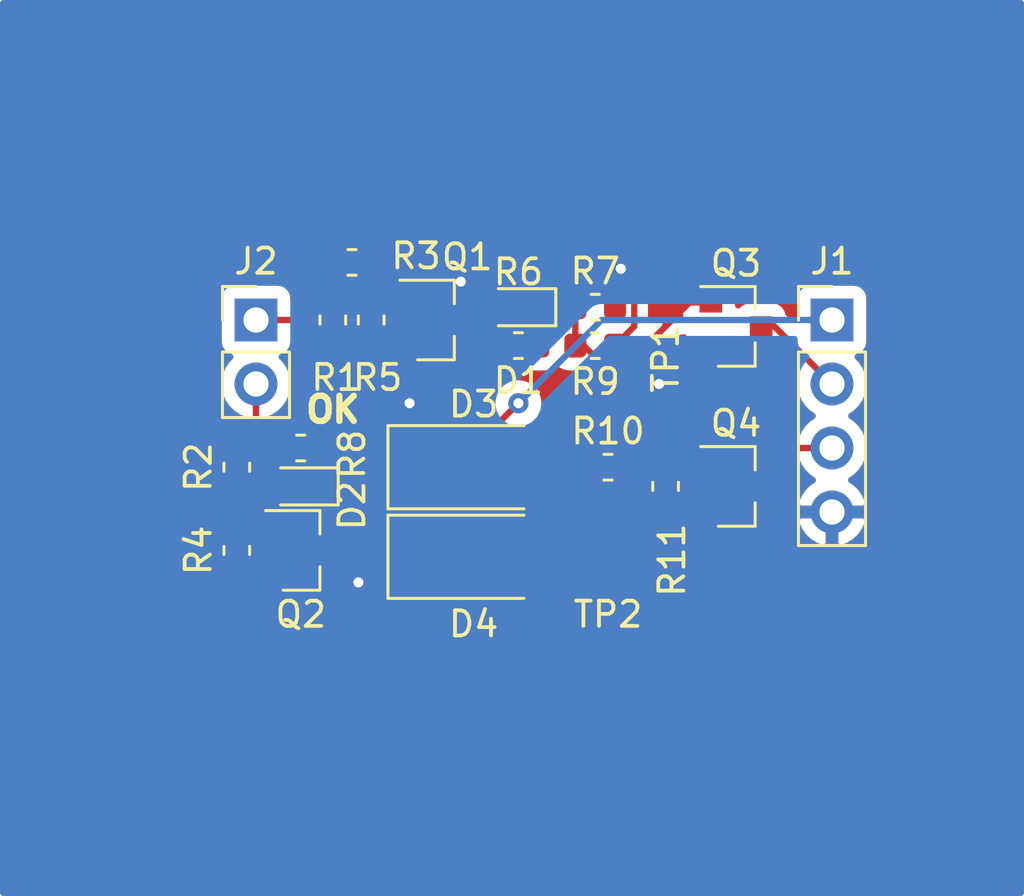
<source format=kicad_pcb>
(kicad_pcb (version 20171130) (host pcbnew "(5.1.6)-1")

  (general
    (thickness 1.6)
    (drawings 1)
    (tracks 72)
    (zones 0)
    (modules 23)
    (nets 17)
  )

  (page A4)
  (layers
    (0 F.Cu signal)
    (31 B.Cu signal)
    (32 B.Adhes user)
    (33 F.Adhes user)
    (34 B.Paste user)
    (35 F.Paste user)
    (36 B.SilkS user)
    (37 F.SilkS user)
    (38 B.Mask user)
    (39 F.Mask user)
    (40 Dwgs.User user)
    (41 Cmts.User user)
    (42 Eco1.User user)
    (43 Eco2.User user)
    (44 Edge.Cuts user)
    (45 Margin user)
    (46 B.CrtYd user)
    (47 F.CrtYd user)
    (48 B.Fab user)
    (49 F.Fab user)
  )

  (setup
    (last_trace_width 0.25)
    (trace_clearance 0.2)
    (zone_clearance 0.508)
    (zone_45_only no)
    (trace_min 0.2)
    (via_size 0.8)
    (via_drill 0.4)
    (via_min_size 0.4)
    (via_min_drill 0.3)
    (uvia_size 0.3)
    (uvia_drill 0.1)
    (uvias_allowed no)
    (uvia_min_size 0.2)
    (uvia_min_drill 0.1)
    (edge_width 0.1)
    (segment_width 0.2)
    (pcb_text_width 0.3)
    (pcb_text_size 1.5 1.5)
    (mod_edge_width 0.15)
    (mod_text_size 1 1)
    (mod_text_width 0.15)
    (pad_size 1.524 1.524)
    (pad_drill 0.762)
    (pad_to_mask_clearance 0)
    (aux_axis_origin 0 0)
    (visible_elements FFFDFF7F)
    (pcbplotparams
      (layerselection 0x010fc_ffffffff)
      (usegerberextensions false)
      (usegerberattributes true)
      (usegerberadvancedattributes true)
      (creategerberjobfile true)
      (excludeedgelayer true)
      (linewidth 0.100000)
      (plotframeref false)
      (viasonmask false)
      (mode 1)
      (useauxorigin false)
      (hpglpennumber 1)
      (hpglpenspeed 20)
      (hpglpendiameter 15.000000)
      (psnegative false)
      (psa4output false)
      (plotreference true)
      (plotvalue true)
      (plotinvisibletext false)
      (padsonsilk false)
      (subtractmaskfromsilk false)
      (outputformat 1)
      (mirror false)
      (drillshape 1)
      (scaleselection 1)
      (outputdirectory ""))
  )

  (net 0 "")
  (net 1 "Net-(D1-Pad1)")
  (net 2 "Net-(D1-Pad2)")
  (net 3 "Net-(D2-Pad2)")
  (net 4 "Net-(D2-Pad1)")
  (net 5 "Net-(D3-Pad2)")
  (net 6 GND)
  (net 7 "Net-(D4-Pad2)")
  (net 8 +24V)
  (net 9 /sheet62FC156D/signal_in+)
  (net 10 /sheet62FC156D/signal_in-)
  (net 11 /sheet62FC156D/~signal_out)
  (net 12 /sheet62FC156D/~fault_out)
  (net 13 "Net-(Q1-Pad1)")
  (net 14 "Net-(Q2-Pad1)")
  (net 15 "Net-(Q3-Pad1)")
  (net 16 "Net-(R1-Pad1)")

  (net_class Default "This is the default net class."
    (clearance 0.2)
    (trace_width 0.25)
    (via_dia 0.8)
    (via_drill 0.4)
    (uvia_dia 0.3)
    (uvia_drill 0.1)
    (add_net +24V)
    (add_net /sheet62FC156D/signal_in+)
    (add_net /sheet62FC156D/signal_in-)
    (add_net /sheet62FC156D/~fault_out)
    (add_net /sheet62FC156D/~signal_out)
    (add_net GND)
    (add_net "Net-(D1-Pad1)")
    (add_net "Net-(D1-Pad2)")
    (add_net "Net-(D2-Pad1)")
    (add_net "Net-(D2-Pad2)")
    (add_net "Net-(D3-Pad2)")
    (add_net "Net-(D4-Pad2)")
    (add_net "Net-(Q1-Pad1)")
    (add_net "Net-(Q2-Pad1)")
    (add_net "Net-(Q3-Pad1)")
    (add_net "Net-(R1-Pad1)")
  )

  (module LED_SMD:LED_0603_1608Metric (layer F.Cu) (tedit 5B301BBE) (tstamp 62FBA72B)
    (at 137.414 45.212 180)
    (descr "LED SMD 0603 (1608 Metric), square (rectangular) end terminal, IPC_7351 nominal, (Body size source: http://www.tortai-tech.com/upload/download/2011102023233369053.pdf), generated with kicad-footprint-generator")
    (tags diode)
    (path /62FC156F/5DEF559B)
    (attr smd)
    (fp_text reference D1 (at 0 -2.921) (layer F.SilkS)
      (effects (font (size 1 1) (thickness 0.15)))
    )
    (fp_text value GREEN (at 0 1.43) (layer F.Fab)
      (effects (font (size 1 1) (thickness 0.15)))
    )
    (fp_line (start 1.48 0.73) (end -1.48 0.73) (layer F.CrtYd) (width 0.05))
    (fp_line (start 1.48 -0.73) (end 1.48 0.73) (layer F.CrtYd) (width 0.05))
    (fp_line (start -1.48 -0.73) (end 1.48 -0.73) (layer F.CrtYd) (width 0.05))
    (fp_line (start -1.48 0.73) (end -1.48 -0.73) (layer F.CrtYd) (width 0.05))
    (fp_line (start -1.485 0.735) (end 0.8 0.735) (layer F.SilkS) (width 0.12))
    (fp_line (start -1.485 -0.735) (end -1.485 0.735) (layer F.SilkS) (width 0.12))
    (fp_line (start 0.8 -0.735) (end -1.485 -0.735) (layer F.SilkS) (width 0.12))
    (fp_line (start 0.8 0.4) (end 0.8 -0.4) (layer F.Fab) (width 0.1))
    (fp_line (start -0.8 0.4) (end 0.8 0.4) (layer F.Fab) (width 0.1))
    (fp_line (start -0.8 -0.1) (end -0.8 0.4) (layer F.Fab) (width 0.1))
    (fp_line (start -0.5 -0.4) (end -0.8 -0.1) (layer F.Fab) (width 0.1))
    (fp_line (start 0.8 -0.4) (end -0.5 -0.4) (layer F.Fab) (width 0.1))
    (fp_text user %R (at 0 0) (layer F.Fab)
      (effects (font (size 0.4 0.4) (thickness 0.06)))
    )
    (pad 1 smd roundrect (at -0.7875 0 180) (size 0.875 0.95) (layers F.Cu F.Paste F.Mask) (roundrect_rratio 0.25)
      (net 1 "Net-(D1-Pad1)"))
    (pad 2 smd roundrect (at 0.7875 0 180) (size 0.875 0.95) (layers F.Cu F.Paste F.Mask) (roundrect_rratio 0.25)
      (net 2 "Net-(D1-Pad2)"))
    (model ${KISYS3DMOD}/LED_SMD.3dshapes/LED_0603_1608Metric.wrl
      (at (xyz 0 0 0))
      (scale (xyz 1 1 1))
      (rotate (xyz 0 0 0))
    )
  )

  (module LED_SMD:LED_0603_1608Metric (layer F.Cu) (tedit 5B301BBE) (tstamp 62FBA73E)
    (at 128.778 52.324 180)
    (descr "LED SMD 0603 (1608 Metric), square (rectangular) end terminal, IPC_7351 nominal, (Body size source: http://www.tortai-tech.com/upload/download/2011102023233369053.pdf), generated with kicad-footprint-generator")
    (tags diode)
    (path /62FC156F/5DEF6BB5)
    (attr smd)
    (fp_text reference D2 (at -2.032 -0.762 90) (layer F.SilkS)
      (effects (font (size 1 1) (thickness 0.15)))
    )
    (fp_text value RED (at 0 1.43) (layer F.Fab)
      (effects (font (size 1 1) (thickness 0.15)))
    )
    (fp_text user %R (at 0 0) (layer F.Fab)
      (effects (font (size 0.4 0.4) (thickness 0.06)))
    )
    (fp_line (start 0.8 -0.4) (end -0.5 -0.4) (layer F.Fab) (width 0.1))
    (fp_line (start -0.5 -0.4) (end -0.8 -0.1) (layer F.Fab) (width 0.1))
    (fp_line (start -0.8 -0.1) (end -0.8 0.4) (layer F.Fab) (width 0.1))
    (fp_line (start -0.8 0.4) (end 0.8 0.4) (layer F.Fab) (width 0.1))
    (fp_line (start 0.8 0.4) (end 0.8 -0.4) (layer F.Fab) (width 0.1))
    (fp_line (start 0.8 -0.735) (end -1.485 -0.735) (layer F.SilkS) (width 0.12))
    (fp_line (start -1.485 -0.735) (end -1.485 0.735) (layer F.SilkS) (width 0.12))
    (fp_line (start -1.485 0.735) (end 0.8 0.735) (layer F.SilkS) (width 0.12))
    (fp_line (start -1.48 0.73) (end -1.48 -0.73) (layer F.CrtYd) (width 0.05))
    (fp_line (start -1.48 -0.73) (end 1.48 -0.73) (layer F.CrtYd) (width 0.05))
    (fp_line (start 1.48 -0.73) (end 1.48 0.73) (layer F.CrtYd) (width 0.05))
    (fp_line (start 1.48 0.73) (end -1.48 0.73) (layer F.CrtYd) (width 0.05))
    (pad 2 smd roundrect (at 0.7875 0 180) (size 0.875 0.95) (layers F.Cu F.Paste F.Mask) (roundrect_rratio 0.25)
      (net 3 "Net-(D2-Pad2)"))
    (pad 1 smd roundrect (at -0.7875 0 180) (size 0.875 0.95) (layers F.Cu F.Paste F.Mask) (roundrect_rratio 0.25)
      (net 4 "Net-(D2-Pad1)"))
    (model ${KISYS3DMOD}/LED_SMD.3dshapes/LED_0603_1608Metric.wrl
      (at (xyz 0 0 0))
      (scale (xyz 1 1 1))
      (rotate (xyz 0 0 0))
    )
  )

  (module Diode_SMD:D_SMA (layer F.Cu) (tedit 586432E5) (tstamp 62FBA756)
    (at 135.636 51.562)
    (descr "Diode SMA (DO-214AC)")
    (tags "Diode SMA (DO-214AC)")
    (path /62FC156F/62FC7A8F)
    (attr smd)
    (fp_text reference D3 (at 0 -2.5) (layer F.SilkS)
      (effects (font (size 1 1) (thickness 0.15)))
    )
    (fp_text value D_Schottky (at 0 2.6) (layer F.Fab)
      (effects (font (size 1 1) (thickness 0.15)))
    )
    (fp_text user %R (at 0 -2.5) (layer F.Fab)
      (effects (font (size 1 1) (thickness 0.15)))
    )
    (fp_line (start -3.4 -1.65) (end -3.4 1.65) (layer F.SilkS) (width 0.12))
    (fp_line (start 2.3 1.5) (end -2.3 1.5) (layer F.Fab) (width 0.1))
    (fp_line (start -2.3 1.5) (end -2.3 -1.5) (layer F.Fab) (width 0.1))
    (fp_line (start 2.3 -1.5) (end 2.3 1.5) (layer F.Fab) (width 0.1))
    (fp_line (start 2.3 -1.5) (end -2.3 -1.5) (layer F.Fab) (width 0.1))
    (fp_line (start -3.5 -1.75) (end 3.5 -1.75) (layer F.CrtYd) (width 0.05))
    (fp_line (start 3.5 -1.75) (end 3.5 1.75) (layer F.CrtYd) (width 0.05))
    (fp_line (start 3.5 1.75) (end -3.5 1.75) (layer F.CrtYd) (width 0.05))
    (fp_line (start -3.5 1.75) (end -3.5 -1.75) (layer F.CrtYd) (width 0.05))
    (fp_line (start -0.64944 0.00102) (end -1.55114 0.00102) (layer F.Fab) (width 0.1))
    (fp_line (start 0.50118 0.00102) (end 1.4994 0.00102) (layer F.Fab) (width 0.1))
    (fp_line (start -0.64944 -0.79908) (end -0.64944 0.80112) (layer F.Fab) (width 0.1))
    (fp_line (start 0.50118 0.75032) (end 0.50118 -0.79908) (layer F.Fab) (width 0.1))
    (fp_line (start -0.64944 0.00102) (end 0.50118 0.75032) (layer F.Fab) (width 0.1))
    (fp_line (start -0.64944 0.00102) (end 0.50118 -0.79908) (layer F.Fab) (width 0.1))
    (fp_line (start -3.4 1.65) (end 2 1.65) (layer F.SilkS) (width 0.12))
    (fp_line (start -3.4 -1.65) (end 2 -1.65) (layer F.SilkS) (width 0.12))
    (pad 2 smd rect (at 2 0) (size 2.5 1.8) (layers F.Cu F.Paste F.Mask)
      (net 5 "Net-(D3-Pad2)"))
    (pad 1 smd rect (at -2 0) (size 2.5 1.8) (layers F.Cu F.Paste F.Mask)
      (net 4 "Net-(D2-Pad1)"))
    (model ${KISYS3DMOD}/Diode_SMD.3dshapes/D_SMA.wrl
      (at (xyz 0 0 0))
      (scale (xyz 1 1 1))
      (rotate (xyz 0 0 0))
    )
  )

  (module Diode_SMD:D_SMA (layer F.Cu) (tedit 586432E5) (tstamp 62FBA76E)
    (at 135.636 55.118)
    (descr "Diode SMA (DO-214AC)")
    (tags "Diode SMA (DO-214AC)")
    (path /62FC156F/62FC8F31)
    (attr smd)
    (fp_text reference D4 (at 0 2.667) (layer F.SilkS)
      (effects (font (size 1 1) (thickness 0.15)))
    )
    (fp_text value D_Schottky (at 0 2.6) (layer F.Fab)
      (effects (font (size 1 1) (thickness 0.15)))
    )
    (fp_line (start -3.4 -1.65) (end 2 -1.65) (layer F.SilkS) (width 0.12))
    (fp_line (start -3.4 1.65) (end 2 1.65) (layer F.SilkS) (width 0.12))
    (fp_line (start -0.64944 0.00102) (end 0.50118 -0.79908) (layer F.Fab) (width 0.1))
    (fp_line (start -0.64944 0.00102) (end 0.50118 0.75032) (layer F.Fab) (width 0.1))
    (fp_line (start 0.50118 0.75032) (end 0.50118 -0.79908) (layer F.Fab) (width 0.1))
    (fp_line (start -0.64944 -0.79908) (end -0.64944 0.80112) (layer F.Fab) (width 0.1))
    (fp_line (start 0.50118 0.00102) (end 1.4994 0.00102) (layer F.Fab) (width 0.1))
    (fp_line (start -0.64944 0.00102) (end -1.55114 0.00102) (layer F.Fab) (width 0.1))
    (fp_line (start -3.5 1.75) (end -3.5 -1.75) (layer F.CrtYd) (width 0.05))
    (fp_line (start 3.5 1.75) (end -3.5 1.75) (layer F.CrtYd) (width 0.05))
    (fp_line (start 3.5 -1.75) (end 3.5 1.75) (layer F.CrtYd) (width 0.05))
    (fp_line (start -3.5 -1.75) (end 3.5 -1.75) (layer F.CrtYd) (width 0.05))
    (fp_line (start 2.3 -1.5) (end -2.3 -1.5) (layer F.Fab) (width 0.1))
    (fp_line (start 2.3 -1.5) (end 2.3 1.5) (layer F.Fab) (width 0.1))
    (fp_line (start -2.3 1.5) (end -2.3 -1.5) (layer F.Fab) (width 0.1))
    (fp_line (start 2.3 1.5) (end -2.3 1.5) (layer F.Fab) (width 0.1))
    (fp_line (start -3.4 -1.65) (end -3.4 1.65) (layer F.SilkS) (width 0.12))
    (fp_text user %R (at 0 -2.5) (layer F.Fab)
      (effects (font (size 1 1) (thickness 0.15)))
    )
    (pad 1 smd rect (at -2 0) (size 2.5 1.8) (layers F.Cu F.Paste F.Mask)
      (net 6 GND))
    (pad 2 smd rect (at 2 0) (size 2.5 1.8) (layers F.Cu F.Paste F.Mask)
      (net 7 "Net-(D4-Pad2)"))
    (model ${KISYS3DMOD}/Diode_SMD.3dshapes/D_SMA.wrl
      (at (xyz 0 0 0))
      (scale (xyz 1 1 1))
      (rotate (xyz 0 0 0))
    )
  )

  (module Connector_PinHeader_2.54mm:PinHeader_1x04_P2.54mm_Vertical (layer F.Cu) (tedit 59FED5CC) (tstamp 62FBB94E)
    (at 149.86 45.72)
    (descr "Through hole straight pin header, 1x04, 2.54mm pitch, single row")
    (tags "Through hole pin header THT 1x04 2.54mm single row")
    (path /62FC9DDE)
    (fp_text reference J1 (at 0 -2.33) (layer F.SilkS)
      (effects (font (size 1 1) (thickness 0.15)))
    )
    (fp_text value Conn_01x04_Male (at 0 9.95) (layer F.Fab)
      (effects (font (size 1 1) (thickness 0.15)))
    )
    (fp_line (start 1.8 -1.8) (end -1.8 -1.8) (layer F.CrtYd) (width 0.05))
    (fp_line (start 1.8 9.4) (end 1.8 -1.8) (layer F.CrtYd) (width 0.05))
    (fp_line (start -1.8 9.4) (end 1.8 9.4) (layer F.CrtYd) (width 0.05))
    (fp_line (start -1.8 -1.8) (end -1.8 9.4) (layer F.CrtYd) (width 0.05))
    (fp_line (start -1.33 -1.33) (end 0 -1.33) (layer F.SilkS) (width 0.12))
    (fp_line (start -1.33 0) (end -1.33 -1.33) (layer F.SilkS) (width 0.12))
    (fp_line (start -1.33 1.27) (end 1.33 1.27) (layer F.SilkS) (width 0.12))
    (fp_line (start 1.33 1.27) (end 1.33 8.95) (layer F.SilkS) (width 0.12))
    (fp_line (start -1.33 1.27) (end -1.33 8.95) (layer F.SilkS) (width 0.12))
    (fp_line (start -1.33 8.95) (end 1.33 8.95) (layer F.SilkS) (width 0.12))
    (fp_line (start -1.27 -0.635) (end -0.635 -1.27) (layer F.Fab) (width 0.1))
    (fp_line (start -1.27 8.89) (end -1.27 -0.635) (layer F.Fab) (width 0.1))
    (fp_line (start 1.27 8.89) (end -1.27 8.89) (layer F.Fab) (width 0.1))
    (fp_line (start 1.27 -1.27) (end 1.27 8.89) (layer F.Fab) (width 0.1))
    (fp_line (start -0.635 -1.27) (end 1.27 -1.27) (layer F.Fab) (width 0.1))
    (fp_text user %R (at 0 3.81 90) (layer F.Fab)
      (effects (font (size 1 1) (thickness 0.15)))
    )
    (pad 1 thru_hole rect (at 0 0) (size 1.7 1.7) (drill 1) (layers *.Cu *.Mask)
      (net 8 +24V))
    (pad 2 thru_hole oval (at 0 2.54) (size 1.7 1.7) (drill 1) (layers *.Cu *.Mask)
      (net 11 /sheet62FC156D/~signal_out))
    (pad 3 thru_hole oval (at 0 5.08) (size 1.7 1.7) (drill 1) (layers *.Cu *.Mask)
      (net 12 /sheet62FC156D/~fault_out))
    (pad 4 thru_hole oval (at 0 7.62) (size 1.7 1.7) (drill 1) (layers *.Cu *.Mask)
      (net 6 GND))
    (model ${KISYS3DMOD}/Connector_PinHeader_2.54mm.3dshapes/PinHeader_1x04_P2.54mm_Vertical.wrl
      (at (xyz 0 0 0))
      (scale (xyz 1 1 1))
      (rotate (xyz 0 0 0))
    )
  )

  (module Connector_PinHeader_2.54mm:PinHeader_1x02_P2.54mm_Vertical (layer F.Cu) (tedit 59FED5CC) (tstamp 62FBA79C)
    (at 127 45.72)
    (descr "Through hole straight pin header, 1x02, 2.54mm pitch, single row")
    (tags "Through hole pin header THT 1x02 2.54mm single row")
    (path /62FC57A1)
    (fp_text reference J2 (at 0 -2.33) (layer F.SilkS)
      (effects (font (size 1 1) (thickness 0.15)))
    )
    (fp_text value Conn_01x02_Male (at 0 4.87) (layer F.Fab)
      (effects (font (size 1 1) (thickness 0.15)))
    )
    (fp_line (start 1.8 -1.8) (end -1.8 -1.8) (layer F.CrtYd) (width 0.05))
    (fp_line (start 1.8 4.35) (end 1.8 -1.8) (layer F.CrtYd) (width 0.05))
    (fp_line (start -1.8 4.35) (end 1.8 4.35) (layer F.CrtYd) (width 0.05))
    (fp_line (start -1.8 -1.8) (end -1.8 4.35) (layer F.CrtYd) (width 0.05))
    (fp_line (start -1.33 -1.33) (end 0 -1.33) (layer F.SilkS) (width 0.12))
    (fp_line (start -1.33 0) (end -1.33 -1.33) (layer F.SilkS) (width 0.12))
    (fp_line (start -1.33 1.27) (end 1.33 1.27) (layer F.SilkS) (width 0.12))
    (fp_line (start 1.33 1.27) (end 1.33 3.87) (layer F.SilkS) (width 0.12))
    (fp_line (start -1.33 1.27) (end -1.33 3.87) (layer F.SilkS) (width 0.12))
    (fp_line (start -1.33 3.87) (end 1.33 3.87) (layer F.SilkS) (width 0.12))
    (fp_line (start -1.27 -0.635) (end -0.635 -1.27) (layer F.Fab) (width 0.1))
    (fp_line (start -1.27 3.81) (end -1.27 -0.635) (layer F.Fab) (width 0.1))
    (fp_line (start 1.27 3.81) (end -1.27 3.81) (layer F.Fab) (width 0.1))
    (fp_line (start 1.27 -1.27) (end 1.27 3.81) (layer F.Fab) (width 0.1))
    (fp_line (start -0.635 -1.27) (end 1.27 -1.27) (layer F.Fab) (width 0.1))
    (fp_text user %R (at 0 1.27 90) (layer F.Fab)
      (effects (font (size 1 1) (thickness 0.15)))
    )
    (pad 1 thru_hole rect (at 0 0) (size 1.7 1.7) (drill 1) (layers *.Cu *.Mask)
      (net 9 /sheet62FC156D/signal_in+))
    (pad 2 thru_hole oval (at 0 2.54) (size 1.7 1.7) (drill 1) (layers *.Cu *.Mask)
      (net 10 /sheet62FC156D/signal_in-))
    (model ${KISYS3DMOD}/Connector_PinHeader_2.54mm.3dshapes/PinHeader_1x02_P2.54mm_Vertical.wrl
      (at (xyz 0 0 0))
      (scale (xyz 1 1 1))
      (rotate (xyz 0 0 0))
    )
  )

  (module Package_TO_SOT_SMD:SOT-23 (layer F.Cu) (tedit 5A02FF57) (tstamp 62FBA7B1)
    (at 134.112 45.72)
    (descr "SOT-23, Standard")
    (tags SOT-23)
    (path /62FC156F/5DEEA98F)
    (attr smd)
    (fp_text reference Q1 (at 1.27 -2.5) (layer F.SilkS)
      (effects (font (size 1 1) (thickness 0.15)))
    )
    (fp_text value BC857 (at 0 2.5) (layer F.Fab)
      (effects (font (size 1 1) (thickness 0.15)))
    )
    (fp_text user %R (at 0 0 90) (layer F.Fab)
      (effects (font (size 0.5 0.5) (thickness 0.075)))
    )
    (fp_line (start -0.7 -0.95) (end -0.7 1.5) (layer F.Fab) (width 0.1))
    (fp_line (start -0.15 -1.52) (end 0.7 -1.52) (layer F.Fab) (width 0.1))
    (fp_line (start -0.7 -0.95) (end -0.15 -1.52) (layer F.Fab) (width 0.1))
    (fp_line (start 0.7 -1.52) (end 0.7 1.52) (layer F.Fab) (width 0.1))
    (fp_line (start -0.7 1.52) (end 0.7 1.52) (layer F.Fab) (width 0.1))
    (fp_line (start 0.76 1.58) (end 0.76 0.65) (layer F.SilkS) (width 0.12))
    (fp_line (start 0.76 -1.58) (end 0.76 -0.65) (layer F.SilkS) (width 0.12))
    (fp_line (start -1.7 -1.75) (end 1.7 -1.75) (layer F.CrtYd) (width 0.05))
    (fp_line (start 1.7 -1.75) (end 1.7 1.75) (layer F.CrtYd) (width 0.05))
    (fp_line (start 1.7 1.75) (end -1.7 1.75) (layer F.CrtYd) (width 0.05))
    (fp_line (start -1.7 1.75) (end -1.7 -1.75) (layer F.CrtYd) (width 0.05))
    (fp_line (start 0.76 -1.58) (end -1.4 -1.58) (layer F.SilkS) (width 0.12))
    (fp_line (start 0.76 1.58) (end -0.7 1.58) (layer F.SilkS) (width 0.12))
    (pad 3 smd rect (at 1 0) (size 0.9 0.8) (layers F.Cu F.Paste F.Mask)
      (net 2 "Net-(D1-Pad2)"))
    (pad 2 smd rect (at -1 0.95) (size 0.9 0.8) (layers F.Cu F.Paste F.Mask)
      (net 8 +24V))
    (pad 1 smd rect (at -1 -0.95) (size 0.9 0.8) (layers F.Cu F.Paste F.Mask)
      (net 13 "Net-(Q1-Pad1)"))
    (model ${KISYS3DMOD}/Package_TO_SOT_SMD.3dshapes/SOT-23.wrl
      (at (xyz 0 0 0))
      (scale (xyz 1 1 1))
      (rotate (xyz 0 0 0))
    )
  )

  (module Package_TO_SOT_SMD:SOT-23 (layer F.Cu) (tedit 5A02FF57) (tstamp 62FBA7C6)
    (at 128.778 54.864)
    (descr "SOT-23, Standard")
    (tags SOT-23)
    (path /62FC156F/5DEED491)
    (attr smd)
    (fp_text reference Q2 (at 0 2.54) (layer F.SilkS)
      (effects (font (size 1 1) (thickness 0.15)))
    )
    (fp_text value BC847 (at 0 2.5) (layer F.Fab)
      (effects (font (size 1 1) (thickness 0.15)))
    )
    (fp_line (start 0.76 1.58) (end -0.7 1.58) (layer F.SilkS) (width 0.12))
    (fp_line (start 0.76 -1.58) (end -1.4 -1.58) (layer F.SilkS) (width 0.12))
    (fp_line (start -1.7 1.75) (end -1.7 -1.75) (layer F.CrtYd) (width 0.05))
    (fp_line (start 1.7 1.75) (end -1.7 1.75) (layer F.CrtYd) (width 0.05))
    (fp_line (start 1.7 -1.75) (end 1.7 1.75) (layer F.CrtYd) (width 0.05))
    (fp_line (start -1.7 -1.75) (end 1.7 -1.75) (layer F.CrtYd) (width 0.05))
    (fp_line (start 0.76 -1.58) (end 0.76 -0.65) (layer F.SilkS) (width 0.12))
    (fp_line (start 0.76 1.58) (end 0.76 0.65) (layer F.SilkS) (width 0.12))
    (fp_line (start -0.7 1.52) (end 0.7 1.52) (layer F.Fab) (width 0.1))
    (fp_line (start 0.7 -1.52) (end 0.7 1.52) (layer F.Fab) (width 0.1))
    (fp_line (start -0.7 -0.95) (end -0.15 -1.52) (layer F.Fab) (width 0.1))
    (fp_line (start -0.15 -1.52) (end 0.7 -1.52) (layer F.Fab) (width 0.1))
    (fp_line (start -0.7 -0.95) (end -0.7 1.5) (layer F.Fab) (width 0.1))
    (fp_text user %R (at 0 0 90) (layer F.Fab)
      (effects (font (size 0.5 0.5) (thickness 0.075)))
    )
    (pad 1 smd rect (at -1 -0.95) (size 0.9 0.8) (layers F.Cu F.Paste F.Mask)
      (net 14 "Net-(Q2-Pad1)"))
    (pad 2 smd rect (at -1 0.95) (size 0.9 0.8) (layers F.Cu F.Paste F.Mask)
      (net 6 GND))
    (pad 3 smd rect (at 1 0) (size 0.9 0.8) (layers F.Cu F.Paste F.Mask)
      (net 4 "Net-(D2-Pad1)"))
    (model ${KISYS3DMOD}/Package_TO_SOT_SMD.3dshapes/SOT-23.wrl
      (at (xyz 0 0 0))
      (scale (xyz 1 1 1))
      (rotate (xyz 0 0 0))
    )
  )

  (module Package_TO_SOT_SMD:SOT-23 (layer F.Cu) (tedit 5A02FF57) (tstamp 62FBA7DB)
    (at 146.05 45.974)
    (descr "SOT-23, Standard")
    (tags SOT-23)
    (path /62FC156F/62FBFD84)
    (attr smd)
    (fp_text reference Q3 (at 0 -2.5) (layer F.SilkS)
      (effects (font (size 1 1) (thickness 0.15)))
    )
    (fp_text value Q_NMOS_GSD (at 0 2.5) (layer F.Fab)
      (effects (font (size 1 1) (thickness 0.15)))
    )
    (fp_text user %R (at 0 0 90) (layer F.Fab)
      (effects (font (size 0.5 0.5) (thickness 0.075)))
    )
    (fp_line (start -0.7 -0.95) (end -0.7 1.5) (layer F.Fab) (width 0.1))
    (fp_line (start -0.15 -1.52) (end 0.7 -1.52) (layer F.Fab) (width 0.1))
    (fp_line (start -0.7 -0.95) (end -0.15 -1.52) (layer F.Fab) (width 0.1))
    (fp_line (start 0.7 -1.52) (end 0.7 1.52) (layer F.Fab) (width 0.1))
    (fp_line (start -0.7 1.52) (end 0.7 1.52) (layer F.Fab) (width 0.1))
    (fp_line (start 0.76 1.58) (end 0.76 0.65) (layer F.SilkS) (width 0.12))
    (fp_line (start 0.76 -1.58) (end 0.76 -0.65) (layer F.SilkS) (width 0.12))
    (fp_line (start -1.7 -1.75) (end 1.7 -1.75) (layer F.CrtYd) (width 0.05))
    (fp_line (start 1.7 -1.75) (end 1.7 1.75) (layer F.CrtYd) (width 0.05))
    (fp_line (start 1.7 1.75) (end -1.7 1.75) (layer F.CrtYd) (width 0.05))
    (fp_line (start -1.7 1.75) (end -1.7 -1.75) (layer F.CrtYd) (width 0.05))
    (fp_line (start 0.76 -1.58) (end -1.4 -1.58) (layer F.SilkS) (width 0.12))
    (fp_line (start 0.76 1.58) (end -0.7 1.58) (layer F.SilkS) (width 0.12))
    (pad 3 smd rect (at 1 0) (size 0.9 0.8) (layers F.Cu F.Paste F.Mask)
      (net 11 /sheet62FC156D/~signal_out))
    (pad 2 smd rect (at -1 0.95) (size 0.9 0.8) (layers F.Cu F.Paste F.Mask)
      (net 6 GND))
    (pad 1 smd rect (at -1 -0.95) (size 0.9 0.8) (layers F.Cu F.Paste F.Mask)
      (net 15 "Net-(Q3-Pad1)"))
    (model ${KISYS3DMOD}/Package_TO_SOT_SMD.3dshapes/SOT-23.wrl
      (at (xyz 0 0 0))
      (scale (xyz 1 1 1))
      (rotate (xyz 0 0 0))
    )
  )

  (module Package_TO_SOT_SMD:SOT-23 (layer F.Cu) (tedit 5A02FF57) (tstamp 62FBA7F0)
    (at 146.05 52.324)
    (descr "SOT-23, Standard")
    (tags SOT-23)
    (path /62FC156F/62FBE153)
    (attr smd)
    (fp_text reference Q4 (at 0 -2.5) (layer F.SilkS)
      (effects (font (size 1 1) (thickness 0.15)))
    )
    (fp_text value Q_NMOS_GSD (at 0 2.5) (layer F.Fab)
      (effects (font (size 1 1) (thickness 0.15)))
    )
    (fp_line (start 0.76 1.58) (end -0.7 1.58) (layer F.SilkS) (width 0.12))
    (fp_line (start 0.76 -1.58) (end -1.4 -1.58) (layer F.SilkS) (width 0.12))
    (fp_line (start -1.7 1.75) (end -1.7 -1.75) (layer F.CrtYd) (width 0.05))
    (fp_line (start 1.7 1.75) (end -1.7 1.75) (layer F.CrtYd) (width 0.05))
    (fp_line (start 1.7 -1.75) (end 1.7 1.75) (layer F.CrtYd) (width 0.05))
    (fp_line (start -1.7 -1.75) (end 1.7 -1.75) (layer F.CrtYd) (width 0.05))
    (fp_line (start 0.76 -1.58) (end 0.76 -0.65) (layer F.SilkS) (width 0.12))
    (fp_line (start 0.76 1.58) (end 0.76 0.65) (layer F.SilkS) (width 0.12))
    (fp_line (start -0.7 1.52) (end 0.7 1.52) (layer F.Fab) (width 0.1))
    (fp_line (start 0.7 -1.52) (end 0.7 1.52) (layer F.Fab) (width 0.1))
    (fp_line (start -0.7 -0.95) (end -0.15 -1.52) (layer F.Fab) (width 0.1))
    (fp_line (start -0.15 -1.52) (end 0.7 -1.52) (layer F.Fab) (width 0.1))
    (fp_line (start -0.7 -0.95) (end -0.7 1.5) (layer F.Fab) (width 0.1))
    (fp_text user %R (at 0 0 90) (layer F.Fab)
      (effects (font (size 0.5 0.5) (thickness 0.075)))
    )
    (pad 1 smd rect (at -1 -0.95) (size 0.9 0.8) (layers F.Cu F.Paste F.Mask)
      (net 5 "Net-(D3-Pad2)"))
    (pad 2 smd rect (at -1 0.95) (size 0.9 0.8) (layers F.Cu F.Paste F.Mask)
      (net 7 "Net-(D4-Pad2)"))
    (pad 3 smd rect (at 1 0) (size 0.9 0.8) (layers F.Cu F.Paste F.Mask)
      (net 12 /sheet62FC156D/~fault_out))
    (model ${KISYS3DMOD}/Package_TO_SOT_SMD.3dshapes/SOT-23.wrl
      (at (xyz 0 0 0))
      (scale (xyz 1 1 1))
      (rotate (xyz 0 0 0))
    )
  )

  (module Resistor_SMD:R_0603_1608Metric (layer F.Cu) (tedit 5B301BBD) (tstamp 62FBA801)
    (at 130.048 45.72 270)
    (descr "Resistor SMD 0603 (1608 Metric), square (rectangular) end terminal, IPC_7351 nominal, (Body size source: http://www.tortai-tech.com/upload/download/2011102023233369053.pdf), generated with kicad-footprint-generator")
    (tags resistor)
    (path /62FC156F/5DEEF81A)
    (attr smd)
    (fp_text reference R1 (at 2.286 -0.127 180) (layer F.SilkS)
      (effects (font (size 1 1) (thickness 0.15)))
    )
    (fp_text value 1k (at 0 1.43 90) (layer F.Fab)
      (effects (font (size 1 1) (thickness 0.15)))
    )
    (fp_line (start 1.48 0.73) (end -1.48 0.73) (layer F.CrtYd) (width 0.05))
    (fp_line (start 1.48 -0.73) (end 1.48 0.73) (layer F.CrtYd) (width 0.05))
    (fp_line (start -1.48 -0.73) (end 1.48 -0.73) (layer F.CrtYd) (width 0.05))
    (fp_line (start -1.48 0.73) (end -1.48 -0.73) (layer F.CrtYd) (width 0.05))
    (fp_line (start -0.162779 0.51) (end 0.162779 0.51) (layer F.SilkS) (width 0.12))
    (fp_line (start -0.162779 -0.51) (end 0.162779 -0.51) (layer F.SilkS) (width 0.12))
    (fp_line (start 0.8 0.4) (end -0.8 0.4) (layer F.Fab) (width 0.1))
    (fp_line (start 0.8 -0.4) (end 0.8 0.4) (layer F.Fab) (width 0.1))
    (fp_line (start -0.8 -0.4) (end 0.8 -0.4) (layer F.Fab) (width 0.1))
    (fp_line (start -0.8 0.4) (end -0.8 -0.4) (layer F.Fab) (width 0.1))
    (fp_text user %R (at 0 0 90) (layer F.Fab)
      (effects (font (size 0.4 0.4) (thickness 0.06)))
    )
    (pad 1 smd roundrect (at -0.7875 0 270) (size 0.875 0.95) (layers F.Cu F.Paste F.Mask) (roundrect_rratio 0.25)
      (net 16 "Net-(R1-Pad1)"))
    (pad 2 smd roundrect (at 0.7875 0 270) (size 0.875 0.95) (layers F.Cu F.Paste F.Mask) (roundrect_rratio 0.25)
      (net 9 /sheet62FC156D/signal_in+))
    (model ${KISYS3DMOD}/Resistor_SMD.3dshapes/R_0603_1608Metric.wrl
      (at (xyz 0 0 0))
      (scale (xyz 1 1 1))
      (rotate (xyz 0 0 0))
    )
  )

  (module Resistor_SMD:R_0603_1608Metric (layer F.Cu) (tedit 5B301BBD) (tstamp 62FBA812)
    (at 126.238 51.562 270)
    (descr "Resistor SMD 0603 (1608 Metric), square (rectangular) end terminal, IPC_7351 nominal, (Body size source: http://www.tortai-tech.com/upload/download/2011102023233369053.pdf), generated with kicad-footprint-generator")
    (tags resistor)
    (path /62FC156F/5DEF0FF8)
    (attr smd)
    (fp_text reference R2 (at 0 1.524 90) (layer F.SilkS)
      (effects (font (size 1 1) (thickness 0.15)))
    )
    (fp_text value 1k (at 0 1.43 90) (layer F.Fab)
      (effects (font (size 1 1) (thickness 0.15)))
    )
    (fp_line (start 1.48 0.73) (end -1.48 0.73) (layer F.CrtYd) (width 0.05))
    (fp_line (start 1.48 -0.73) (end 1.48 0.73) (layer F.CrtYd) (width 0.05))
    (fp_line (start -1.48 -0.73) (end 1.48 -0.73) (layer F.CrtYd) (width 0.05))
    (fp_line (start -1.48 0.73) (end -1.48 -0.73) (layer F.CrtYd) (width 0.05))
    (fp_line (start -0.162779 0.51) (end 0.162779 0.51) (layer F.SilkS) (width 0.12))
    (fp_line (start -0.162779 -0.51) (end 0.162779 -0.51) (layer F.SilkS) (width 0.12))
    (fp_line (start 0.8 0.4) (end -0.8 0.4) (layer F.Fab) (width 0.1))
    (fp_line (start 0.8 -0.4) (end 0.8 0.4) (layer F.Fab) (width 0.1))
    (fp_line (start -0.8 -0.4) (end 0.8 -0.4) (layer F.Fab) (width 0.1))
    (fp_line (start -0.8 0.4) (end -0.8 -0.4) (layer F.Fab) (width 0.1))
    (fp_text user %R (at 0 0 90) (layer F.Fab)
      (effects (font (size 0.4 0.4) (thickness 0.06)))
    )
    (pad 1 smd roundrect (at -0.7875 0 270) (size 0.875 0.95) (layers F.Cu F.Paste F.Mask) (roundrect_rratio 0.25)
      (net 10 /sheet62FC156D/signal_in-))
    (pad 2 smd roundrect (at 0.7875 0 270) (size 0.875 0.95) (layers F.Cu F.Paste F.Mask) (roundrect_rratio 0.25)
      (net 14 "Net-(Q2-Pad1)"))
    (model ${KISYS3DMOD}/Resistor_SMD.3dshapes/R_0603_1608Metric.wrl
      (at (xyz 0 0 0))
      (scale (xyz 1 1 1))
      (rotate (xyz 0 0 0))
    )
  )

  (module Resistor_SMD:R_0603_1608Metric (layer F.Cu) (tedit 5B301BBD) (tstamp 62FBB3FC)
    (at 130.81 43.434 180)
    (descr "Resistor SMD 0603 (1608 Metric), square (rectangular) end terminal, IPC_7351 nominal, (Body size source: http://www.tortai-tech.com/upload/download/2011102023233369053.pdf), generated with kicad-footprint-generator")
    (tags resistor)
    (path /62FC156F/5DEEF1F7)
    (attr smd)
    (fp_text reference R3 (at -2.54 0.254) (layer F.SilkS)
      (effects (font (size 1 1) (thickness 0.15)))
    )
    (fp_text value 1k (at 0 1.43) (layer F.Fab)
      (effects (font (size 1 1) (thickness 0.15)))
    )
    (fp_text user %R (at 0 0) (layer F.Fab)
      (effects (font (size 0.4 0.4) (thickness 0.06)))
    )
    (fp_line (start -0.8 0.4) (end -0.8 -0.4) (layer F.Fab) (width 0.1))
    (fp_line (start -0.8 -0.4) (end 0.8 -0.4) (layer F.Fab) (width 0.1))
    (fp_line (start 0.8 -0.4) (end 0.8 0.4) (layer F.Fab) (width 0.1))
    (fp_line (start 0.8 0.4) (end -0.8 0.4) (layer F.Fab) (width 0.1))
    (fp_line (start -0.162779 -0.51) (end 0.162779 -0.51) (layer F.SilkS) (width 0.12))
    (fp_line (start -0.162779 0.51) (end 0.162779 0.51) (layer F.SilkS) (width 0.12))
    (fp_line (start -1.48 0.73) (end -1.48 -0.73) (layer F.CrtYd) (width 0.05))
    (fp_line (start -1.48 -0.73) (end 1.48 -0.73) (layer F.CrtYd) (width 0.05))
    (fp_line (start 1.48 -0.73) (end 1.48 0.73) (layer F.CrtYd) (width 0.05))
    (fp_line (start 1.48 0.73) (end -1.48 0.73) (layer F.CrtYd) (width 0.05))
    (pad 2 smd roundrect (at 0.7875 0 180) (size 0.875 0.95) (layers F.Cu F.Paste F.Mask) (roundrect_rratio 0.25)
      (net 16 "Net-(R1-Pad1)"))
    (pad 1 smd roundrect (at -0.7875 0 180) (size 0.875 0.95) (layers F.Cu F.Paste F.Mask) (roundrect_rratio 0.25)
      (net 13 "Net-(Q1-Pad1)"))
    (model ${KISYS3DMOD}/Resistor_SMD.3dshapes/R_0603_1608Metric.wrl
      (at (xyz 0 0 0))
      (scale (xyz 1 1 1))
      (rotate (xyz 0 0 0))
    )
  )

  (module Resistor_SMD:R_0603_1608Metric (layer F.Cu) (tedit 5B301BBD) (tstamp 62FBA834)
    (at 126.238 54.864 270)
    (descr "Resistor SMD 0603 (1608 Metric), square (rectangular) end terminal, IPC_7351 nominal, (Body size source: http://www.tortai-tech.com/upload/download/2011102023233369053.pdf), generated with kicad-footprint-generator")
    (tags resistor)
    (path /62FC156F/5DEF2125)
    (attr smd)
    (fp_text reference R4 (at 0 1.524 90) (layer F.SilkS)
      (effects (font (size 1 1) (thickness 0.15)))
    )
    (fp_text value 10k (at 0 1.43 90) (layer F.Fab)
      (effects (font (size 1 1) (thickness 0.15)))
    )
    (fp_line (start 1.48 0.73) (end -1.48 0.73) (layer F.CrtYd) (width 0.05))
    (fp_line (start 1.48 -0.73) (end 1.48 0.73) (layer F.CrtYd) (width 0.05))
    (fp_line (start -1.48 -0.73) (end 1.48 -0.73) (layer F.CrtYd) (width 0.05))
    (fp_line (start -1.48 0.73) (end -1.48 -0.73) (layer F.CrtYd) (width 0.05))
    (fp_line (start -0.162779 0.51) (end 0.162779 0.51) (layer F.SilkS) (width 0.12))
    (fp_line (start -0.162779 -0.51) (end 0.162779 -0.51) (layer F.SilkS) (width 0.12))
    (fp_line (start 0.8 0.4) (end -0.8 0.4) (layer F.Fab) (width 0.1))
    (fp_line (start 0.8 -0.4) (end 0.8 0.4) (layer F.Fab) (width 0.1))
    (fp_line (start -0.8 -0.4) (end 0.8 -0.4) (layer F.Fab) (width 0.1))
    (fp_line (start -0.8 0.4) (end -0.8 -0.4) (layer F.Fab) (width 0.1))
    (fp_text user %R (at 0 0 90) (layer F.Fab)
      (effects (font (size 0.4 0.4) (thickness 0.06)))
    )
    (pad 1 smd roundrect (at -0.7875 0 270) (size 0.875 0.95) (layers F.Cu F.Paste F.Mask) (roundrect_rratio 0.25)
      (net 14 "Net-(Q2-Pad1)"))
    (pad 2 smd roundrect (at 0.7875 0 270) (size 0.875 0.95) (layers F.Cu F.Paste F.Mask) (roundrect_rratio 0.25)
      (net 6 GND))
    (model ${KISYS3DMOD}/Resistor_SMD.3dshapes/R_0603_1608Metric.wrl
      (at (xyz 0 0 0))
      (scale (xyz 1 1 1))
      (rotate (xyz 0 0 0))
    )
  )

  (module Resistor_SMD:R_0603_1608Metric (layer F.Cu) (tedit 5B301BBD) (tstamp 62FBA845)
    (at 131.572 45.72 90)
    (descr "Resistor SMD 0603 (1608 Metric), square (rectangular) end terminal, IPC_7351 nominal, (Body size source: http://www.tortai-tech.com/upload/download/2011102023233369053.pdf), generated with kicad-footprint-generator")
    (tags resistor)
    (path /62FC156F/5DEEE60F)
    (attr smd)
    (fp_text reference R5 (at -2.286 0.254 180) (layer F.SilkS)
      (effects (font (size 1 1) (thickness 0.15)))
    )
    (fp_text value 200 (at 0 1.43 90) (layer F.Fab)
      (effects (font (size 1 1) (thickness 0.15)))
    )
    (fp_line (start 1.48 0.73) (end -1.48 0.73) (layer F.CrtYd) (width 0.05))
    (fp_line (start 1.48 -0.73) (end 1.48 0.73) (layer F.CrtYd) (width 0.05))
    (fp_line (start -1.48 -0.73) (end 1.48 -0.73) (layer F.CrtYd) (width 0.05))
    (fp_line (start -1.48 0.73) (end -1.48 -0.73) (layer F.CrtYd) (width 0.05))
    (fp_line (start -0.162779 0.51) (end 0.162779 0.51) (layer F.SilkS) (width 0.12))
    (fp_line (start -0.162779 -0.51) (end 0.162779 -0.51) (layer F.SilkS) (width 0.12))
    (fp_line (start 0.8 0.4) (end -0.8 0.4) (layer F.Fab) (width 0.1))
    (fp_line (start 0.8 -0.4) (end 0.8 0.4) (layer F.Fab) (width 0.1))
    (fp_line (start -0.8 -0.4) (end 0.8 -0.4) (layer F.Fab) (width 0.1))
    (fp_line (start -0.8 0.4) (end -0.8 -0.4) (layer F.Fab) (width 0.1))
    (fp_text user %R (at 0 0 90) (layer F.Fab)
      (effects (font (size 0.4 0.4) (thickness 0.06)))
    )
    (pad 1 smd roundrect (at -0.7875 0 90) (size 0.875 0.95) (layers F.Cu F.Paste F.Mask) (roundrect_rratio 0.25)
      (net 8 +24V))
    (pad 2 smd roundrect (at 0.7875 0 90) (size 0.875 0.95) (layers F.Cu F.Paste F.Mask) (roundrect_rratio 0.25)
      (net 13 "Net-(Q1-Pad1)"))
    (model ${KISYS3DMOD}/Resistor_SMD.3dshapes/R_0603_1608Metric.wrl
      (at (xyz 0 0 0))
      (scale (xyz 1 1 1))
      (rotate (xyz 0 0 0))
    )
  )

  (module Resistor_SMD:R_0603_1608Metric (layer F.Cu) (tedit 5B301BBD) (tstamp 62FBA856)
    (at 137.414 46.736)
    (descr "Resistor SMD 0603 (1608 Metric), square (rectangular) end terminal, IPC_7351 nominal, (Body size source: http://www.tortai-tech.com/upload/download/2011102023233369053.pdf), generated with kicad-footprint-generator")
    (tags resistor)
    (path /62FC156F/5DEEFA63)
    (attr smd)
    (fp_text reference R6 (at 0 -2.921) (layer F.SilkS)
      (effects (font (size 1 1) (thickness 0.15)))
    )
    (fp_text value 20k (at 0 1.43) (layer F.Fab)
      (effects (font (size 1 1) (thickness 0.15)))
    )
    (fp_text user %R (at 0 0) (layer F.Fab)
      (effects (font (size 0.4 0.4) (thickness 0.06)))
    )
    (fp_line (start -0.8 0.4) (end -0.8 -0.4) (layer F.Fab) (width 0.1))
    (fp_line (start -0.8 -0.4) (end 0.8 -0.4) (layer F.Fab) (width 0.1))
    (fp_line (start 0.8 -0.4) (end 0.8 0.4) (layer F.Fab) (width 0.1))
    (fp_line (start 0.8 0.4) (end -0.8 0.4) (layer F.Fab) (width 0.1))
    (fp_line (start -0.162779 -0.51) (end 0.162779 -0.51) (layer F.SilkS) (width 0.12))
    (fp_line (start -0.162779 0.51) (end 0.162779 0.51) (layer F.SilkS) (width 0.12))
    (fp_line (start -1.48 0.73) (end -1.48 -0.73) (layer F.CrtYd) (width 0.05))
    (fp_line (start -1.48 -0.73) (end 1.48 -0.73) (layer F.CrtYd) (width 0.05))
    (fp_line (start 1.48 -0.73) (end 1.48 0.73) (layer F.CrtYd) (width 0.05))
    (fp_line (start 1.48 0.73) (end -1.48 0.73) (layer F.CrtYd) (width 0.05))
    (pad 2 smd roundrect (at 0.7875 0) (size 0.875 0.95) (layers F.Cu F.Paste F.Mask) (roundrect_rratio 0.25)
      (net 1 "Net-(D1-Pad1)"))
    (pad 1 smd roundrect (at -0.7875 0) (size 0.875 0.95) (layers F.Cu F.Paste F.Mask) (roundrect_rratio 0.25)
      (net 6 GND))
    (model ${KISYS3DMOD}/Resistor_SMD.3dshapes/R_0603_1608Metric.wrl
      (at (xyz 0 0 0))
      (scale (xyz 1 1 1))
      (rotate (xyz 0 0 0))
    )
  )

  (module Resistor_SMD:R_0603_1608Metric (layer F.Cu) (tedit 5B301BBD) (tstamp 62FBA867)
    (at 140.462 45.212)
    (descr "Resistor SMD 0603 (1608 Metric), square (rectangular) end terminal, IPC_7351 nominal, (Body size source: http://www.tortai-tech.com/upload/download/2011102023233369053.pdf), generated with kicad-footprint-generator")
    (tags resistor)
    (path /62FC156F/5DEF05C5)
    (attr smd)
    (fp_text reference R7 (at 0 -1.43) (layer F.SilkS)
      (effects (font (size 1 1) (thickness 0.15)))
    )
    (fp_text value 100k (at 0 1.43) (layer F.Fab)
      (effects (font (size 1 1) (thickness 0.15)))
    )
    (fp_text user %R (at 0 0) (layer F.Fab)
      (effects (font (size 0.4 0.4) (thickness 0.06)))
    )
    (fp_line (start -0.8 0.4) (end -0.8 -0.4) (layer F.Fab) (width 0.1))
    (fp_line (start -0.8 -0.4) (end 0.8 -0.4) (layer F.Fab) (width 0.1))
    (fp_line (start 0.8 -0.4) (end 0.8 0.4) (layer F.Fab) (width 0.1))
    (fp_line (start 0.8 0.4) (end -0.8 0.4) (layer F.Fab) (width 0.1))
    (fp_line (start -0.162779 -0.51) (end 0.162779 -0.51) (layer F.SilkS) (width 0.12))
    (fp_line (start -0.162779 0.51) (end 0.162779 0.51) (layer F.SilkS) (width 0.12))
    (fp_line (start -1.48 0.73) (end -1.48 -0.73) (layer F.CrtYd) (width 0.05))
    (fp_line (start -1.48 -0.73) (end 1.48 -0.73) (layer F.CrtYd) (width 0.05))
    (fp_line (start 1.48 -0.73) (end 1.48 0.73) (layer F.CrtYd) (width 0.05))
    (fp_line (start 1.48 0.73) (end -1.48 0.73) (layer F.CrtYd) (width 0.05))
    (pad 2 smd roundrect (at 0.7875 0) (size 0.875 0.95) (layers F.Cu F.Paste F.Mask) (roundrect_rratio 0.25)
      (net 1 "Net-(D1-Pad1)"))
    (pad 1 smd roundrect (at -0.7875 0) (size 0.875 0.95) (layers F.Cu F.Paste F.Mask) (roundrect_rratio 0.25)
      (net 15 "Net-(Q3-Pad1)"))
    (model ${KISYS3DMOD}/Resistor_SMD.3dshapes/R_0603_1608Metric.wrl
      (at (xyz 0 0 0))
      (scale (xyz 1 1 1))
      (rotate (xyz 0 0 0))
    )
  )

  (module Resistor_SMD:R_0603_1608Metric (layer F.Cu) (tedit 5B301BBD) (tstamp 62FBA878)
    (at 128.778 50.8 180)
    (descr "Resistor SMD 0603 (1608 Metric), square (rectangular) end terminal, IPC_7351 nominal, (Body size source: http://www.tortai-tech.com/upload/download/2011102023233369053.pdf), generated with kicad-footprint-generator")
    (tags resistor)
    (path /62FC156F/5DEF2D6A)
    (attr smd)
    (fp_text reference R8 (at -2.032 -0.254 90) (layer F.SilkS)
      (effects (font (size 1 1) (thickness 0.15)))
    )
    (fp_text value 20k (at 0 1.43) (layer F.Fab)
      (effects (font (size 1 1) (thickness 0.15)))
    )
    (fp_line (start 1.48 0.73) (end -1.48 0.73) (layer F.CrtYd) (width 0.05))
    (fp_line (start 1.48 -0.73) (end 1.48 0.73) (layer F.CrtYd) (width 0.05))
    (fp_line (start -1.48 -0.73) (end 1.48 -0.73) (layer F.CrtYd) (width 0.05))
    (fp_line (start -1.48 0.73) (end -1.48 -0.73) (layer F.CrtYd) (width 0.05))
    (fp_line (start -0.162779 0.51) (end 0.162779 0.51) (layer F.SilkS) (width 0.12))
    (fp_line (start -0.162779 -0.51) (end 0.162779 -0.51) (layer F.SilkS) (width 0.12))
    (fp_line (start 0.8 0.4) (end -0.8 0.4) (layer F.Fab) (width 0.1))
    (fp_line (start 0.8 -0.4) (end 0.8 0.4) (layer F.Fab) (width 0.1))
    (fp_line (start -0.8 -0.4) (end 0.8 -0.4) (layer F.Fab) (width 0.1))
    (fp_line (start -0.8 0.4) (end -0.8 -0.4) (layer F.Fab) (width 0.1))
    (fp_text user %R (at 0 0) (layer F.Fab)
      (effects (font (size 0.4 0.4) (thickness 0.06)))
    )
    (pad 1 smd roundrect (at -0.7875 0 180) (size 0.875 0.95) (layers F.Cu F.Paste F.Mask) (roundrect_rratio 0.25)
      (net 8 +24V))
    (pad 2 smd roundrect (at 0.7875 0 180) (size 0.875 0.95) (layers F.Cu F.Paste F.Mask) (roundrect_rratio 0.25)
      (net 3 "Net-(D2-Pad2)"))
    (model ${KISYS3DMOD}/Resistor_SMD.3dshapes/R_0603_1608Metric.wrl
      (at (xyz 0 0 0))
      (scale (xyz 1 1 1))
      (rotate (xyz 0 0 0))
    )
  )

  (module Resistor_SMD:R_0603_1608Metric (layer F.Cu) (tedit 5B301BBD) (tstamp 62FBA889)
    (at 140.462 46.736 180)
    (descr "Resistor SMD 0603 (1608 Metric), square (rectangular) end terminal, IPC_7351 nominal, (Body size source: http://www.tortai-tech.com/upload/download/2011102023233369053.pdf), generated with kicad-footprint-generator")
    (tags resistor)
    (path /62FC156F/5DEF03B8)
    (attr smd)
    (fp_text reference R9 (at 0 -1.43) (layer F.SilkS)
      (effects (font (size 1 1) (thickness 0.15)))
    )
    (fp_text value 100k (at 0 1.43) (layer F.Fab)
      (effects (font (size 1 1) (thickness 0.15)))
    )
    (fp_line (start 1.48 0.73) (end -1.48 0.73) (layer F.CrtYd) (width 0.05))
    (fp_line (start 1.48 -0.73) (end 1.48 0.73) (layer F.CrtYd) (width 0.05))
    (fp_line (start -1.48 -0.73) (end 1.48 -0.73) (layer F.CrtYd) (width 0.05))
    (fp_line (start -1.48 0.73) (end -1.48 -0.73) (layer F.CrtYd) (width 0.05))
    (fp_line (start -0.162779 0.51) (end 0.162779 0.51) (layer F.SilkS) (width 0.12))
    (fp_line (start -0.162779 -0.51) (end 0.162779 -0.51) (layer F.SilkS) (width 0.12))
    (fp_line (start 0.8 0.4) (end -0.8 0.4) (layer F.Fab) (width 0.1))
    (fp_line (start 0.8 -0.4) (end 0.8 0.4) (layer F.Fab) (width 0.1))
    (fp_line (start -0.8 -0.4) (end 0.8 -0.4) (layer F.Fab) (width 0.1))
    (fp_line (start -0.8 0.4) (end -0.8 -0.4) (layer F.Fab) (width 0.1))
    (fp_text user %R (at 0 0) (layer F.Fab)
      (effects (font (size 0.4 0.4) (thickness 0.06)))
    )
    (pad 1 smd roundrect (at -0.7875 0 180) (size 0.875 0.95) (layers F.Cu F.Paste F.Mask) (roundrect_rratio 0.25)
      (net 6 GND))
    (pad 2 smd roundrect (at 0.7875 0 180) (size 0.875 0.95) (layers F.Cu F.Paste F.Mask) (roundrect_rratio 0.25)
      (net 15 "Net-(Q3-Pad1)"))
    (model ${KISYS3DMOD}/Resistor_SMD.3dshapes/R_0603_1608Metric.wrl
      (at (xyz 0 0 0))
      (scale (xyz 1 1 1))
      (rotate (xyz 0 0 0))
    )
  )

  (module Resistor_SMD:R_0603_1608Metric (layer F.Cu) (tedit 5B301BBD) (tstamp 62FBA89A)
    (at 140.97 51.562)
    (descr "Resistor SMD 0603 (1608 Metric), square (rectangular) end terminal, IPC_7351 nominal, (Body size source: http://www.tortai-tech.com/upload/download/2011102023233369053.pdf), generated with kicad-footprint-generator")
    (tags resistor)
    (path /62FC156F/62FC25C4)
    (attr smd)
    (fp_text reference R10 (at 0 -1.43) (layer F.SilkS)
      (effects (font (size 1 1) (thickness 0.15)))
    )
    (fp_text value 20k (at 0 1.43) (layer F.Fab)
      (effects (font (size 1 1) (thickness 0.15)))
    )
    (fp_text user %R (at 0 0) (layer F.Fab)
      (effects (font (size 0.4 0.4) (thickness 0.06)))
    )
    (fp_line (start -0.8 0.4) (end -0.8 -0.4) (layer F.Fab) (width 0.1))
    (fp_line (start -0.8 -0.4) (end 0.8 -0.4) (layer F.Fab) (width 0.1))
    (fp_line (start 0.8 -0.4) (end 0.8 0.4) (layer F.Fab) (width 0.1))
    (fp_line (start 0.8 0.4) (end -0.8 0.4) (layer F.Fab) (width 0.1))
    (fp_line (start -0.162779 -0.51) (end 0.162779 -0.51) (layer F.SilkS) (width 0.12))
    (fp_line (start -0.162779 0.51) (end 0.162779 0.51) (layer F.SilkS) (width 0.12))
    (fp_line (start -1.48 0.73) (end -1.48 -0.73) (layer F.CrtYd) (width 0.05))
    (fp_line (start -1.48 -0.73) (end 1.48 -0.73) (layer F.CrtYd) (width 0.05))
    (fp_line (start 1.48 -0.73) (end 1.48 0.73) (layer F.CrtYd) (width 0.05))
    (fp_line (start 1.48 0.73) (end -1.48 0.73) (layer F.CrtYd) (width 0.05))
    (pad 2 smd roundrect (at 0.7875 0) (size 0.875 0.95) (layers F.Cu F.Paste F.Mask) (roundrect_rratio 0.25)
      (net 5 "Net-(D3-Pad2)"))
    (pad 1 smd roundrect (at -0.7875 0) (size 0.875 0.95) (layers F.Cu F.Paste F.Mask) (roundrect_rratio 0.25)
      (net 8 +24V))
    (model ${KISYS3DMOD}/Resistor_SMD.3dshapes/R_0603_1608Metric.wrl
      (at (xyz 0 0 0))
      (scale (xyz 1 1 1))
      (rotate (xyz 0 0 0))
    )
  )

  (module Resistor_SMD:R_0603_1608Metric (layer F.Cu) (tedit 5B301BBD) (tstamp 62FBA8AB)
    (at 143.256 52.324 270)
    (descr "Resistor SMD 0603 (1608 Metric), square (rectangular) end terminal, IPC_7351 nominal, (Body size source: http://www.tortai-tech.com/upload/download/2011102023233369053.pdf), generated with kicad-footprint-generator")
    (tags resistor)
    (path /62FC156F/5DEF28E1)
    (attr smd)
    (fp_text reference R11 (at 2.921 -0.254 90) (layer F.SilkS)
      (effects (font (size 1 1) (thickness 0.15)))
    )
    (fp_text value 5k (at 0 1.43 90) (layer F.Fab)
      (effects (font (size 1 1) (thickness 0.15)))
    )
    (fp_text user %R (at 0 0 90) (layer F.Fab)
      (effects (font (size 0.4 0.4) (thickness 0.06)))
    )
    (fp_line (start -0.8 0.4) (end -0.8 -0.4) (layer F.Fab) (width 0.1))
    (fp_line (start -0.8 -0.4) (end 0.8 -0.4) (layer F.Fab) (width 0.1))
    (fp_line (start 0.8 -0.4) (end 0.8 0.4) (layer F.Fab) (width 0.1))
    (fp_line (start 0.8 0.4) (end -0.8 0.4) (layer F.Fab) (width 0.1))
    (fp_line (start -0.162779 -0.51) (end 0.162779 -0.51) (layer F.SilkS) (width 0.12))
    (fp_line (start -0.162779 0.51) (end 0.162779 0.51) (layer F.SilkS) (width 0.12))
    (fp_line (start -1.48 0.73) (end -1.48 -0.73) (layer F.CrtYd) (width 0.05))
    (fp_line (start -1.48 -0.73) (end 1.48 -0.73) (layer F.CrtYd) (width 0.05))
    (fp_line (start 1.48 -0.73) (end 1.48 0.73) (layer F.CrtYd) (width 0.05))
    (fp_line (start 1.48 0.73) (end -1.48 0.73) (layer F.CrtYd) (width 0.05))
    (pad 2 smd roundrect (at 0.7875 0 270) (size 0.875 0.95) (layers F.Cu F.Paste F.Mask) (roundrect_rratio 0.25)
      (net 7 "Net-(D4-Pad2)"))
    (pad 1 smd roundrect (at -0.7875 0 270) (size 0.875 0.95) (layers F.Cu F.Paste F.Mask) (roundrect_rratio 0.25)
      (net 5 "Net-(D3-Pad2)"))
    (model ${KISYS3DMOD}/Resistor_SMD.3dshapes/R_0603_1608Metric.wrl
      (at (xyz 0 0 0))
      (scale (xyz 1 1 1))
      (rotate (xyz 0 0 0))
    )
  )

  (module KTHFS:TestHook_0805 (layer F.Cu) (tedit 5C9B35B7) (tstamp 62FBA8B0)
    (at 143.256 44.704 90)
    (path /62FC156F/60BA7224)
    (fp_text reference TP1 (at -2.54 0 90) (layer F.SilkS)
      (effects (font (size 1 1) (thickness 0.15)))
    )
    (fp_text value TestPoint_Probe (at 0.25 1.75 90) (layer F.Fab)
      (effects (font (size 1 1) (thickness 0.15)))
    )
    (pad 1 smd roundrect (at 0 0 90) (size 2.2 1.4) (layers F.Cu F.Paste F.Mask) (roundrect_rratio 0.15)
      (net 15 "Net-(Q3-Pad1)"))
    (model ${KICAD_INFRASTRUCTURE}/libraries/3dmodels/TestHook_0805.stp
      (offset (xyz 0 0 1.18))
      (scale (xyz 1 1 1))
      (rotate (xyz -90 0 0))
    )
  )

  (module KTHFS:TestHook_0805 (layer F.Cu) (tedit 5C9B35B7) (tstamp 62FBA8B5)
    (at 140.97 55.118 90)
    (path /62FC156F/60BA8C23)
    (fp_text reference TP2 (at -2.286 0 180) (layer F.SilkS)
      (effects (font (size 1 1) (thickness 0.15)))
    )
    (fp_text value TestPoint_Probe (at 0.25 1.75 90) (layer F.Fab)
      (effects (font (size 1 1) (thickness 0.15)))
    )
    (pad 1 smd roundrect (at 0 0 90) (size 2.2 1.4) (layers F.Cu F.Paste F.Mask) (roundrect_rratio 0.15)
      (net 5 "Net-(D3-Pad2)"))
    (model ${KICAD_INFRASTRUCTURE}/libraries/3dmodels/TestHook_0805.stp
      (offset (xyz 0 0 1.18))
      (scale (xyz 1 1 1))
      (rotate (xyz -90 0 0))
    )
  )

  (gr_text OK (at 130.048 49.276) (layer F.SilkS)
    (effects (font (size 1 1) (thickness 0.25)))
  )

  (segment (start 138.2015 45.212) (end 138.2015 46.736) (width 0.25) (layer F.Cu) (net 1))
  (segment (start 139.00151 44.41199) (end 140.44949 44.41199) (width 0.25) (layer F.Cu) (net 1))
  (segment (start 140.44949 44.41199) (end 141.2495 45.212) (width 0.25) (layer F.Cu) (net 1))
  (segment (start 138.2015 45.212) (end 139.00151 44.41199) (width 0.25) (layer F.Cu) (net 1))
  (segment (start 136.1185 45.72) (end 136.6265 45.212) (width 0.25) (layer F.Cu) (net 2))
  (segment (start 135.112 45.72) (end 136.1185 45.72) (width 0.25) (layer F.Cu) (net 2))
  (segment (start 127.9905 50.8) (end 127.9905 52.324) (width 0.25) (layer F.Cu) (net 3))
  (segment (start 132.874 52.324) (end 133.636 51.562) (width 0.25) (layer F.Cu) (net 4))
  (segment (start 129.5655 52.324) (end 132.874 52.324) (width 0.25) (layer F.Cu) (net 4))
  (segment (start 129.778 52.5365) (end 129.5655 52.324) (width 0.25) (layer F.Cu) (net 4))
  (segment (start 129.778 54.864) (end 129.778 52.5365) (width 0.25) (layer F.Cu) (net 4))
  (segment (start 144.8875 51.5365) (end 145.05 51.374) (width 0.25) (layer F.Cu) (net 5))
  (segment (start 143.256 51.5365) (end 144.8875 51.5365) (width 0.25) (layer F.Cu) (net 5))
  (segment (start 143.2305 51.562) (end 143.256 51.5365) (width 0.25) (layer F.Cu) (net 5))
  (segment (start 141.7575 51.562) (end 143.2305 51.562) (width 0.25) (layer F.Cu) (net 5))
  (segment (start 140.97 52.3495) (end 141.7575 51.562) (width 0.25) (layer F.Cu) (net 5))
  (segment (start 140.97 55.118) (end 140.97 52.3495) (width 0.25) (layer F.Cu) (net 5))
  (segment (start 140.95749 52.36201) (end 140.97 52.3495) (width 0.25) (layer F.Cu) (net 5))
  (segment (start 138.43601 52.36201) (end 140.95749 52.36201) (width 0.25) (layer F.Cu) (net 5))
  (segment (start 137.636 51.562) (end 138.43601 52.36201) (width 0.25) (layer F.Cu) (net 5))
  (via (at 143.002 48.26) (size 0.8) (drill 0.4) (layers F.Cu B.Cu) (net 6))
  (segment (start 142.01201 44.22201) (end 141.478 43.688) (width 0.25) (layer F.Cu) (net 6))
  (via (at 141.478 43.688) (size 0.8) (drill 0.4) (layers F.Cu B.Cu) (net 6))
  (segment (start 141.2495 46.736) (end 142.01201 45.97349) (width 0.25) (layer F.Cu) (net 6))
  (segment (start 142.01201 45.97349) (end 142.01201 44.22201) (width 0.25) (layer F.Cu) (net 6))
  (via (at 133.096 49.022) (size 0.8) (drill 0.4) (layers F.Cu B.Cu) (net 6))
  (via (at 131.064 56.134) (size 0.8) (drill 0.4) (layers F.Cu B.Cu) (net 6))
  (via (at 135.128 44.196) (size 0.8) (drill 0.4) (layers F.Cu B.Cu) (net 6))
  (segment (start 141.68161 56.54301) (end 143.256 54.96862) (width 0.25) (layer F.Cu) (net 7))
  (segment (start 143.256 54.96862) (end 143.256 53.1115) (width 0.25) (layer F.Cu) (net 7))
  (segment (start 139.06101 56.54301) (end 141.68161 56.54301) (width 0.25) (layer F.Cu) (net 7))
  (segment (start 137.636 55.118) (end 139.06101 56.54301) (width 0.25) (layer F.Cu) (net 7))
  (segment (start 144.8875 53.1115) (end 145.05 53.274) (width 0.25) (layer F.Cu) (net 7))
  (segment (start 143.256 53.1115) (end 144.8875 53.1115) (width 0.25) (layer F.Cu) (net 7))
  (segment (start 131.572 48.7935) (end 129.5655 50.8) (width 0.25) (layer F.Cu) (net 8))
  (segment (start 131.572 46.5075) (end 131.572 48.7935) (width 0.25) (layer F.Cu) (net 8))
  (segment (start 132.9495 46.5075) (end 133.112 46.67) (width 0.25) (layer F.Cu) (net 8))
  (segment (start 131.572 46.5075) (end 132.9495 46.5075) (width 0.25) (layer F.Cu) (net 8))
  (segment (start 139.432499 50.336999) (end 140.1825 51.087) (width 0.25) (layer F.Cu) (net 8))
  (segment (start 136.778999 50.336999) (end 139.432499 50.336999) (width 0.25) (layer F.Cu) (net 8))
  (segment (start 140.1825 51.087) (end 140.1825 51.562) (width 0.25) (layer F.Cu) (net 8))
  (via (at 137.414 49.022) (size 0.8) (drill 0.4) (layers F.Cu B.Cu) (net 8))
  (segment (start 149.86 45.72) (end 140.716 45.72) (width 0.25) (layer B.Cu) (net 8))
  (segment (start 140.716 45.72) (end 137.414 49.022) (width 0.25) (layer B.Cu) (net 8))
  (segment (start 137.414 49.022) (end 136.693 49.743) (width 0.25) (layer F.Cu) (net 8))
  (segment (start 136.693 49.743) (end 136.693 50.251) (width 0.25) (layer F.Cu) (net 8))
  (segment (start 133.112 46.67) (end 136.693 50.251) (width 0.25) (layer F.Cu) (net 8))
  (segment (start 136.693 50.251) (end 136.778999 50.336999) (width 0.25) (layer F.Cu) (net 8))
  (segment (start 129.2605 45.72) (end 130.048 46.5075) (width 0.25) (layer F.Cu) (net 9))
  (segment (start 127 45.72) (end 129.2605 45.72) (width 0.25) (layer F.Cu) (net 9))
  (segment (start 127 50.0125) (end 126.238 50.7745) (width 0.25) (layer F.Cu) (net 10))
  (segment (start 127 48.26) (end 127 50.0125) (width 0.25) (layer F.Cu) (net 10))
  (segment (start 147.574 45.974) (end 149.86 48.26) (width 0.25) (layer F.Cu) (net 11))
  (segment (start 147.05 45.974) (end 147.574 45.974) (width 0.25) (layer F.Cu) (net 11))
  (segment (start 148.574 50.8) (end 147.05 52.324) (width 0.25) (layer F.Cu) (net 12))
  (segment (start 149.86 50.8) (end 148.574 50.8) (width 0.25) (layer F.Cu) (net 12))
  (segment (start 131.5975 44.907) (end 131.572 44.9325) (width 0.25) (layer F.Cu) (net 13))
  (segment (start 131.5975 43.434) (end 131.5975 44.907) (width 0.25) (layer F.Cu) (net 13))
  (segment (start 132.9495 44.9325) (end 133.112 44.77) (width 0.25) (layer F.Cu) (net 13))
  (segment (start 131.572 44.9325) (end 132.9495 44.9325) (width 0.25) (layer F.Cu) (net 13))
  (segment (start 126.4005 53.914) (end 126.238 54.0765) (width 0.25) (layer F.Cu) (net 14))
  (segment (start 127.778 53.914) (end 126.4005 53.914) (width 0.25) (layer F.Cu) (net 14))
  (segment (start 126.238 54.0765) (end 126.238 52.3495) (width 0.25) (layer F.Cu) (net 14))
  (segment (start 143.256 45.973494) (end 143.256 44.704) (width 0.25) (layer F.Cu) (net 15))
  (segment (start 140.805516 47.53601) (end 141.693484 47.53601) (width 0.25) (layer F.Cu) (net 15))
  (segment (start 141.693484 47.53601) (end 143.256 45.973494) (width 0.25) (layer F.Cu) (net 15))
  (segment (start 139.6745 46.404994) (end 140.805516 47.53601) (width 0.25) (layer F.Cu) (net 15))
  (segment (start 139.6745 45.212) (end 139.6745 46.404994) (width 0.25) (layer F.Cu) (net 15))
  (segment (start 144.205494 45.024) (end 143.256 45.973494) (width 0.25) (layer F.Cu) (net 15))
  (segment (start 145.05 45.024) (end 144.205494 45.024) (width 0.25) (layer F.Cu) (net 15))
  (segment (start 130.048 43.4595) (end 130.0225 43.434) (width 0.25) (layer F.Cu) (net 16))
  (segment (start 130.048 44.9325) (end 130.048 43.4595) (width 0.25) (layer F.Cu) (net 16))

  (zone (net 6) (net_name GND) (layer F.Cu) (tstamp 62FBC81B) (hatch edge 0.508)
    (connect_pads (clearance 0.508))
    (min_thickness 0.254)
    (fill yes (arc_segments 32) (thermal_gap 0.508) (thermal_bridge_width 0.508))
    (polygon
      (pts
        (xy 157.48 68.58) (xy 116.84 68.58) (xy 116.84 33.02) (xy 157.48 33.02)
      )
    )
    (filled_polygon
      (pts
        (xy 157.353 68.453) (xy 116.967 68.453) (xy 116.967 56.089) (xy 125.124928 56.089) (xy 125.137188 56.213482)
        (xy 125.173498 56.33318) (xy 125.232463 56.443494) (xy 125.311815 56.540185) (xy 125.408506 56.619537) (xy 125.51882 56.678502)
        (xy 125.638518 56.714812) (xy 125.763 56.727072) (xy 125.95225 56.724) (xy 126.111 56.56525) (xy 126.111 55.7785)
        (xy 125.28675 55.7785) (xy 125.128 55.93725) (xy 125.124928 56.089) (xy 116.967 56.089) (xy 116.967 50.55575)
        (xy 125.124928 50.55575) (xy 125.124928 50.99325) (xy 125.141392 51.160408) (xy 125.19015 51.321142) (xy 125.269329 51.469275)
        (xy 125.345426 51.562) (xy 125.269329 51.654725) (xy 125.19015 51.802858) (xy 125.141392 51.963592) (xy 125.124928 52.13075)
        (xy 125.124928 52.56825) (xy 125.141392 52.735408) (xy 125.19015 52.896142) (xy 125.269329 53.044275) (xy 125.375885 53.174115)
        (xy 125.423267 53.213) (xy 125.375885 53.251885) (xy 125.269329 53.381725) (xy 125.19015 53.529858) (xy 125.141392 53.690592)
        (xy 125.124928 53.85775) (xy 125.124928 54.29525) (xy 125.141392 54.462408) (xy 125.19015 54.623142) (xy 125.269329 54.771275)
        (xy 125.2871 54.79293) (xy 125.232463 54.859506) (xy 125.173498 54.96982) (xy 125.137188 55.089518) (xy 125.124928 55.214)
        (xy 125.128 55.36575) (xy 125.28675 55.5245) (xy 126.111 55.5245) (xy 126.111 55.5045) (xy 126.365 55.5045)
        (xy 126.365 55.5245) (xy 126.385 55.5245) (xy 126.385 55.7785) (xy 126.365 55.7785) (xy 126.365 56.56525)
        (xy 126.52375 56.724) (xy 126.713 56.727072) (xy 126.837482 56.714812) (xy 126.910351 56.692707) (xy 126.973506 56.744537)
        (xy 127.08382 56.803502) (xy 127.203518 56.839812) (xy 127.328 56.852072) (xy 127.49225 56.849) (xy 127.651 56.69025)
        (xy 127.651 55.941) (xy 127.905 55.941) (xy 127.905 56.69025) (xy 128.06375 56.849) (xy 128.228 56.852072)
        (xy 128.352482 56.839812) (xy 128.47218 56.803502) (xy 128.582494 56.744537) (xy 128.679185 56.665185) (xy 128.758537 56.568494)
        (xy 128.817502 56.45818) (xy 128.853812 56.338482) (xy 128.866072 56.214) (xy 128.863 56.09975) (xy 128.78125 56.018)
        (xy 131.747928 56.018) (xy 131.760188 56.142482) (xy 131.796498 56.26218) (xy 131.855463 56.372494) (xy 131.934815 56.469185)
        (xy 132.031506 56.548537) (xy 132.14182 56.607502) (xy 132.261518 56.643812) (xy 132.386 56.656072) (xy 133.35025 56.653)
        (xy 133.509 56.49425) (xy 133.509 55.245) (xy 133.763 55.245) (xy 133.763 56.49425) (xy 133.92175 56.653)
        (xy 134.886 56.656072) (xy 135.010482 56.643812) (xy 135.13018 56.607502) (xy 135.240494 56.548537) (xy 135.337185 56.469185)
        (xy 135.416537 56.372494) (xy 135.475502 56.26218) (xy 135.511812 56.142482) (xy 135.524072 56.018) (xy 135.521 55.40375)
        (xy 135.36225 55.245) (xy 133.763 55.245) (xy 133.509 55.245) (xy 131.90975 55.245) (xy 131.751 55.40375)
        (xy 131.747928 56.018) (xy 128.78125 56.018) (xy 128.70425 55.941) (xy 127.905 55.941) (xy 127.651 55.941)
        (xy 127.631 55.941) (xy 127.631 55.687) (xy 127.651 55.687) (xy 127.651 55.667) (xy 127.905 55.667)
        (xy 127.905 55.687) (xy 128.70425 55.687) (xy 128.788857 55.602393) (xy 128.797463 55.618494) (xy 128.876815 55.715185)
        (xy 128.973506 55.794537) (xy 129.08382 55.853502) (xy 129.203518 55.889812) (xy 129.328 55.902072) (xy 130.228 55.902072)
        (xy 130.352482 55.889812) (xy 130.47218 55.853502) (xy 130.582494 55.794537) (xy 130.679185 55.715185) (xy 130.758537 55.618494)
        (xy 130.817502 55.50818) (xy 130.853812 55.388482) (xy 130.866072 55.264) (xy 130.866072 54.464) (xy 130.853812 54.339518)
        (xy 130.817502 54.21982) (xy 130.81653 54.218) (xy 131.747928 54.218) (xy 131.751 54.83225) (xy 131.90975 54.991)
        (xy 133.509 54.991) (xy 133.509 53.74175) (xy 133.763 53.74175) (xy 133.763 54.991) (xy 135.36225 54.991)
        (xy 135.521 54.83225) (xy 135.524072 54.218) (xy 135.511812 54.093518) (xy 135.475502 53.97382) (xy 135.416537 53.863506)
        (xy 135.337185 53.766815) (xy 135.240494 53.687463) (xy 135.13018 53.628498) (xy 135.010482 53.592188) (xy 134.886 53.579928)
        (xy 133.92175 53.583) (xy 133.763 53.74175) (xy 133.509 53.74175) (xy 133.35025 53.583) (xy 132.386 53.579928)
        (xy 132.261518 53.592188) (xy 132.14182 53.628498) (xy 132.031506 53.687463) (xy 131.934815 53.766815) (xy 131.855463 53.863506)
        (xy 131.796498 53.97382) (xy 131.760188 54.093518) (xy 131.747928 54.218) (xy 130.81653 54.218) (xy 130.758537 54.109506)
        (xy 130.679185 54.012815) (xy 130.582494 53.933463) (xy 130.538 53.90968) (xy 130.538 53.084) (xy 132.248952 53.084)
        (xy 132.261518 53.087812) (xy 132.386 53.100072) (xy 134.886 53.100072) (xy 135.010482 53.087812) (xy 135.13018 53.051502)
        (xy 135.240494 52.992537) (xy 135.337185 52.913185) (xy 135.416537 52.816494) (xy 135.475502 52.70618) (xy 135.511812 52.586482)
        (xy 135.524072 52.462) (xy 135.524072 50.662) (xy 135.511812 50.537518) (xy 135.475502 50.41782) (xy 135.416537 50.307506)
        (xy 135.337185 50.210815) (xy 135.240494 50.131463) (xy 135.13018 50.072498) (xy 135.010482 50.036188) (xy 134.886 50.023928)
        (xy 132.386 50.023928) (xy 132.261518 50.036188) (xy 132.14182 50.072498) (xy 132.031506 50.131463) (xy 131.934815 50.210815)
        (xy 131.855463 50.307506) (xy 131.796498 50.41782) (xy 131.760188 50.537518) (xy 131.747928 50.662) (xy 131.747928 51.564)
        (xy 130.473918 51.564) (xy 130.472277 51.562) (xy 130.496671 51.532275) (xy 130.57585 51.384142) (xy 130.624608 51.223408)
        (xy 130.641072 51.05625) (xy 130.641072 50.799229) (xy 132.083003 49.357299) (xy 132.112001 49.333501) (xy 132.206974 49.217776)
        (xy 132.277546 49.085747) (xy 132.321003 48.942486) (xy 132.332 48.830833) (xy 132.335677 48.7935) (xy 132.332 48.756167)
        (xy 132.332 47.61363) (xy 132.41782 47.659502) (xy 132.537518 47.695812) (xy 132.662 47.708072) (xy 133.075271 47.708072)
        (xy 135.793826 50.426628) (xy 135.760188 50.537518) (xy 135.747928 50.662) (xy 135.747928 52.462) (xy 135.760188 52.586482)
        (xy 135.796498 52.70618) (xy 135.855463 52.816494) (xy 135.934815 52.913185) (xy 136.031506 52.992537) (xy 136.14182 53.051502)
        (xy 136.261518 53.087812) (xy 136.386 53.100072) (xy 138.250956 53.100072) (xy 138.287024 53.111013) (xy 138.398677 53.12201)
        (xy 138.398687 53.12201) (xy 138.43601 53.125686) (xy 138.473332 53.12201) (xy 140.210001 53.12201) (xy 140.210001 53.427938)
        (xy 140.155457 53.444484) (xy 140.008836 53.522854) (xy 139.880323 53.628323) (xy 139.774854 53.756836) (xy 139.696484 53.903457)
        (xy 139.648223 54.062549) (xy 139.631928 54.228) (xy 139.631928 55.78301) (xy 139.524072 55.78301) (xy 139.524072 54.218)
        (xy 139.511812 54.093518) (xy 139.475502 53.97382) (xy 139.416537 53.863506) (xy 139.337185 53.766815) (xy 139.240494 53.687463)
        (xy 139.13018 53.628498) (xy 139.010482 53.592188) (xy 138.886 53.579928) (xy 136.386 53.579928) (xy 136.261518 53.592188)
        (xy 136.14182 53.628498) (xy 136.031506 53.687463) (xy 135.934815 53.766815) (xy 135.855463 53.863506) (xy 135.796498 53.97382)
        (xy 135.760188 54.093518) (xy 135.747928 54.218) (xy 135.747928 56.018) (xy 135.760188 56.142482) (xy 135.796498 56.26218)
        (xy 135.855463 56.372494) (xy 135.934815 56.469185) (xy 136.031506 56.548537) (xy 136.14182 56.607502) (xy 136.261518 56.643812)
        (xy 136.386 56.656072) (xy 138.09927 56.656072) (xy 138.497215 57.054018) (xy 138.521009 57.083011) (xy 138.550002 57.106805)
        (xy 138.550006 57.106809) (xy 138.620695 57.164821) (xy 138.636734 57.177984) (xy 138.768763 57.248556) (xy 138.912024 57.292013)
        (xy 139.023677 57.30301) (xy 139.023686 57.30301) (xy 139.061009 57.306686) (xy 139.098332 57.30301) (xy 141.644288 57.30301)
        (xy 141.68161 57.306686) (xy 141.718932 57.30301) (xy 141.718943 57.30301) (xy 141.830596 57.292013) (xy 141.973857 57.248556)
        (xy 142.105886 57.177984) (xy 142.221611 57.083011) (xy 142.245414 57.054007) (xy 143.767004 55.532418) (xy 143.796001 55.508621)
        (xy 143.890974 55.392896) (xy 143.961546 55.260867) (xy 144.005003 55.117606) (xy 144.016 55.005953) (xy 144.016 55.005945)
        (xy 144.019676 54.96862) (xy 144.016 54.931295) (xy 144.016 54.019918) (xy 144.049975 53.992035) (xy 144.069463 54.028494)
        (xy 144.148815 54.125185) (xy 144.245506 54.204537) (xy 144.35582 54.263502) (xy 144.475518 54.299812) (xy 144.6 54.312072)
        (xy 145.5 54.312072) (xy 145.624482 54.299812) (xy 145.74418 54.263502) (xy 145.854494 54.204537) (xy 145.951185 54.125185)
        (xy 146.030537 54.028494) (xy 146.089502 53.91818) (xy 146.125812 53.798482) (xy 146.135817 53.69689) (xy 148.418524 53.69689)
        (xy 148.463175 53.844099) (xy 148.588359 54.10692) (xy 148.762412 54.340269) (xy 148.978645 54.535178) (xy 149.228748 54.684157)
        (xy 149.503109 54.781481) (xy 149.733 54.660814) (xy 149.733 53.467) (xy 149.987 53.467) (xy 149.987 54.660814)
        (xy 150.216891 54.781481) (xy 150.491252 54.684157) (xy 150.741355 54.535178) (xy 150.957588 54.340269) (xy 151.131641 54.10692)
        (xy 151.256825 53.844099) (xy 151.301476 53.69689) (xy 151.180155 53.467) (xy 149.987 53.467) (xy 149.733 53.467)
        (xy 148.539845 53.467) (xy 148.418524 53.69689) (xy 146.135817 53.69689) (xy 146.138072 53.674) (xy 146.138072 53.162095)
        (xy 146.148815 53.175185) (xy 146.245506 53.254537) (xy 146.35582 53.313502) (xy 146.475518 53.349812) (xy 146.6 53.362072)
        (xy 147.5 53.362072) (xy 147.624482 53.349812) (xy 147.74418 53.313502) (xy 147.854494 53.254537) (xy 147.951185 53.175185)
        (xy 148.030537 53.078494) (xy 148.089502 52.96818) (xy 148.125812 52.848482) (xy 148.138072 52.724) (xy 148.138072 52.31073)
        (xy 148.704781 51.744022) (xy 148.706525 51.746632) (xy 148.913368 51.953475) (xy 149.095534 52.075195) (xy 148.978645 52.144822)
        (xy 148.762412 52.339731) (xy 148.588359 52.57308) (xy 148.463175 52.835901) (xy 148.418524 52.98311) (xy 148.539845 53.213)
        (xy 149.733 53.213) (xy 149.733 53.193) (xy 149.987 53.193) (xy 149.987 53.213) (xy 151.180155 53.213)
        (xy 151.301476 52.98311) (xy 151.256825 52.835901) (xy 151.131641 52.57308) (xy 150.957588 52.339731) (xy 150.741355 52.144822)
        (xy 150.624466 52.075195) (xy 150.806632 51.953475) (xy 151.013475 51.746632) (xy 151.17599 51.503411) (xy 151.287932 51.233158)
        (xy 151.345 50.94626) (xy 151.345 50.65374) (xy 151.287932 50.366842) (xy 151.17599 50.096589) (xy 151.013475 49.853368)
        (xy 150.806632 49.646525) (xy 150.63224 49.53) (xy 150.806632 49.413475) (xy 151.013475 49.206632) (xy 151.17599 48.963411)
        (xy 151.287932 48.693158) (xy 151.345 48.40626) (xy 151.345 48.11374) (xy 151.287932 47.826842) (xy 151.17599 47.556589)
        (xy 151.013475 47.313368) (xy 150.88162 47.181513) (xy 150.95418 47.159502) (xy 151.064494 47.100537) (xy 151.161185 47.021185)
        (xy 151.240537 46.924494) (xy 151.299502 46.81418) (xy 151.335812 46.694482) (xy 151.348072 46.57) (xy 151.348072 44.87)
        (xy 151.335812 44.745518) (xy 151.299502 44.62582) (xy 151.240537 44.515506) (xy 151.161185 44.418815) (xy 151.064494 44.339463)
        (xy 150.95418 44.280498) (xy 150.834482 44.244188) (xy 150.71 44.231928) (xy 149.01 44.231928) (xy 148.885518 44.244188)
        (xy 148.76582 44.280498) (xy 148.655506 44.339463) (xy 148.558815 44.418815) (xy 148.479463 44.515506) (xy 148.420498 44.62582)
        (xy 148.384188 44.745518) (xy 148.371928 44.87) (xy 148.371928 45.697127) (xy 148.137804 45.463003) (xy 148.12527 45.44773)
        (xy 148.089502 45.32982) (xy 148.030537 45.219506) (xy 147.951185 45.122815) (xy 147.854494 45.043463) (xy 147.74418 44.984498)
        (xy 147.624482 44.948188) (xy 147.5 44.935928) (xy 146.6 44.935928) (xy 146.475518 44.948188) (xy 146.35582 44.984498)
        (xy 146.245506 45.043463) (xy 146.148815 45.122815) (xy 146.138072 45.135905) (xy 146.138072 44.624) (xy 146.125812 44.499518)
        (xy 146.089502 44.37982) (xy 146.030537 44.269506) (xy 145.951185 44.172815) (xy 145.854494 44.093463) (xy 145.74418 44.034498)
        (xy 145.624482 43.998188) (xy 145.5 43.985928) (xy 144.6 43.985928) (xy 144.594072 43.986512) (xy 144.594072 43.814)
        (xy 144.577777 43.648549) (xy 144.529516 43.489457) (xy 144.451146 43.342836) (xy 144.345677 43.214323) (xy 144.217164 43.108854)
        (xy 144.070543 43.030484) (xy 143.911451 42.982223) (xy 143.746 42.965928) (xy 142.766 42.965928) (xy 142.600549 42.982223)
        (xy 142.441457 43.030484) (xy 142.294836 43.108854) (xy 142.166323 43.214323) (xy 142.060854 43.342836) (xy 141.982484 43.489457)
        (xy 141.934223 43.648549) (xy 141.917928 43.814) (xy 141.917928 44.229246) (xy 141.796142 44.16415) (xy 141.635408 44.115392)
        (xy 141.46825 44.098928) (xy 141.211229 44.098928) (xy 141.013293 43.900992) (xy 140.989491 43.871989) (xy 140.873766 43.777016)
        (xy 140.741737 43.706444) (xy 140.598476 43.662987) (xy 140.486823 43.65199) (xy 140.486812 43.65199) (xy 140.44949 43.648314)
        (xy 140.412168 43.65199) (xy 139.038832 43.65199) (xy 139.00151 43.648314) (xy 138.964187 43.65199) (xy 138.964177 43.65199)
        (xy 138.852524 43.662987) (xy 138.709263 43.706444) (xy 138.577233 43.777016) (xy 138.501142 43.839463) (xy 138.461509 43.871989)
        (xy 138.437711 43.900988) (xy 138.23977 44.098928) (xy 137.98275 44.098928) (xy 137.815592 44.115392) (xy 137.654858 44.16415)
        (xy 137.506725 44.243329) (xy 137.414 44.319426) (xy 137.321275 44.243329) (xy 137.173142 44.16415) (xy 137.012408 44.115392)
        (xy 136.84525 44.098928) (xy 136.40775 44.098928) (xy 136.240592 44.115392) (xy 136.079858 44.16415) (xy 135.931725 44.243329)
        (xy 135.801885 44.349885) (xy 135.695329 44.479725) (xy 135.61615 44.627858) (xy 135.598653 44.685538) (xy 135.562 44.681928)
        (xy 134.662 44.681928) (xy 134.537518 44.694188) (xy 134.41782 44.730498) (xy 134.307506 44.789463) (xy 134.210815 44.868815)
        (xy 134.200072 44.881905) (xy 134.200072 44.37) (xy 134.187812 44.245518) (xy 134.151502 44.12582) (xy 134.092537 44.015506)
        (xy 134.013185 43.918815) (xy 133.916494 43.839463) (xy 133.80618 43.780498) (xy 133.686482 43.744188) (xy 133.562 43.731928)
        (xy 132.668967 43.731928) (xy 132.673072 43.69025) (xy 132.673072 43.17775) (xy 132.656608 43.010592) (xy 132.60785 42.849858)
        (xy 132.528671 42.701725) (xy 132.422115 42.571885) (xy 132.292275 42.465329) (xy 132.144142 42.38615) (xy 131.983408 42.337392)
        (xy 131.81625 42.320928) (xy 131.37875 42.320928) (xy 131.211592 42.337392) (xy 131.050858 42.38615) (xy 130.902725 42.465329)
        (xy 130.81 42.541426) (xy 130.717275 42.465329) (xy 130.569142 42.38615) (xy 130.408408 42.337392) (xy 130.24125 42.320928)
        (xy 129.80375 42.320928) (xy 129.636592 42.337392) (xy 129.475858 42.38615) (xy 129.327725 42.465329) (xy 129.197885 42.571885)
        (xy 129.091329 42.701725) (xy 129.01215 42.849858) (xy 128.963392 43.010592) (xy 128.946928 43.17775) (xy 128.946928 43.69025)
        (xy 128.963392 43.857408) (xy 129.01215 44.018142) (xy 129.091329 44.166275) (xy 129.114647 44.194689) (xy 129.079329 44.237725)
        (xy 129.00015 44.385858) (xy 128.951392 44.546592) (xy 128.934928 44.71375) (xy 128.934928 44.96) (xy 128.488072 44.96)
        (xy 128.488072 44.87) (xy 128.475812 44.745518) (xy 128.439502 44.62582) (xy 128.380537 44.515506) (xy 128.301185 44.418815)
        (xy 128.204494 44.339463) (xy 128.09418 44.280498) (xy 127.974482 44.244188) (xy 127.85 44.231928) (xy 126.15 44.231928)
        (xy 126.025518 44.244188) (xy 125.90582 44.280498) (xy 125.795506 44.339463) (xy 125.698815 44.418815) (xy 125.619463 44.515506)
        (xy 125.560498 44.62582) (xy 125.524188 44.745518) (xy 125.511928 44.87) (xy 125.511928 46.57) (xy 125.524188 46.694482)
        (xy 125.560498 46.81418) (xy 125.619463 46.924494) (xy 125.698815 47.021185) (xy 125.795506 47.100537) (xy 125.90582 47.159502)
        (xy 125.97838 47.181513) (xy 125.846525 47.313368) (xy 125.68401 47.556589) (xy 125.572068 47.826842) (xy 125.515 48.11374)
        (xy 125.515 48.40626) (xy 125.572068 48.693158) (xy 125.68401 48.963411) (xy 125.846525 49.206632) (xy 126.053368 49.413475)
        (xy 126.240001 49.538179) (xy 126.240001 49.697697) (xy 126.23877 49.698928) (xy 125.98175 49.698928) (xy 125.814592 49.715392)
        (xy 125.653858 49.76415) (xy 125.505725 49.843329) (xy 125.375885 49.949885) (xy 125.269329 50.079725) (xy 125.19015 50.227858)
        (xy 125.141392 50.388592) (xy 125.124928 50.55575) (xy 116.967 50.55575) (xy 116.967 33.147) (xy 157.353 33.147)
      )
    )
    (filled_polygon
      (pts
        (xy 143.961928 46.524) (xy 143.965 46.63825) (xy 144.12375 46.797) (xy 144.923 46.797) (xy 144.923 46.777)
        (xy 145.177 46.777) (xy 145.177 46.797) (xy 145.97625 46.797) (xy 146.060857 46.712393) (xy 146.069463 46.728494)
        (xy 146.148815 46.825185) (xy 146.245506 46.904537) (xy 146.35582 46.963502) (xy 146.475518 46.999812) (xy 146.6 47.012072)
        (xy 147.5 47.012072) (xy 147.533929 47.00873) (xy 148.41879 47.893592) (xy 148.375 48.11374) (xy 148.375 48.40626)
        (xy 148.432068 48.693158) (xy 148.54401 48.963411) (xy 148.706525 49.206632) (xy 148.913368 49.413475) (xy 149.08776 49.53)
        (xy 148.913368 49.646525) (xy 148.706525 49.853368) (xy 148.583643 50.037274) (xy 148.573999 50.036324) (xy 148.536676 50.04)
        (xy 148.536667 50.04) (xy 148.425014 50.050997) (xy 148.281753 50.094454) (xy 148.149724 50.165026) (xy 148.133685 50.178189)
        (xy 148.062996 50.236201) (xy 148.062992 50.236205) (xy 148.033999 50.259999) (xy 148.010205 50.288992) (xy 147.01327 51.285928)
        (xy 146.6 51.285928) (xy 146.475518 51.298188) (xy 146.35582 51.334498) (xy 146.245506 51.393463) (xy 146.148815 51.472815)
        (xy 146.138072 51.485905) (xy 146.138072 50.974) (xy 146.125812 50.849518) (xy 146.089502 50.72982) (xy 146.030537 50.619506)
        (xy 145.951185 50.522815) (xy 145.854494 50.443463) (xy 145.74418 50.384498) (xy 145.624482 50.348188) (xy 145.5 50.335928)
        (xy 144.6 50.335928) (xy 144.475518 50.348188) (xy 144.35582 50.384498) (xy 144.245506 50.443463) (xy 144.148815 50.522815)
        (xy 144.069463 50.619506) (xy 144.049975 50.655965) (xy 143.988275 50.605329) (xy 143.840142 50.52615) (xy 143.679408 50.477392)
        (xy 143.51225 50.460928) (xy 142.99975 50.460928) (xy 142.832592 50.477392) (xy 142.671858 50.52615) (xy 142.523725 50.605329)
        (xy 142.495311 50.628647) (xy 142.452275 50.593329) (xy 142.304142 50.51415) (xy 142.143408 50.465392) (xy 141.97625 50.448928)
        (xy 141.53875 50.448928) (xy 141.371592 50.465392) (xy 141.210858 50.51415) (xy 141.062725 50.593329) (xy 140.97 50.669426)
        (xy 140.877275 50.593329) (xy 140.729142 50.51415) (xy 140.664992 50.49469) (xy 139.996302 49.826001) (xy 139.9725 49.796998)
        (xy 139.856775 49.702025) (xy 139.724746 49.631453) (xy 139.581485 49.587996) (xy 139.469832 49.576999) (xy 139.469821 49.576999)
        (xy 139.432499 49.573323) (xy 139.395177 49.576999) (xy 138.287945 49.576999) (xy 138.331205 49.512256) (xy 138.409226 49.323898)
        (xy 138.449 49.123939) (xy 138.449 48.920061) (xy 138.409226 48.720102) (xy 138.331205 48.531744) (xy 138.217937 48.362226)
        (xy 138.073774 48.218063) (xy 137.904256 48.104795) (xy 137.715898 48.026774) (xy 137.515939 47.987) (xy 137.312061 47.987)
        (xy 137.112102 48.026774) (xy 136.923744 48.104795) (xy 136.754226 48.218063) (xy 136.610063 48.362226) (xy 136.496795 48.531744)
        (xy 136.418774 48.720102) (xy 136.3886 48.871798) (xy 134.200072 46.683271) (xy 134.200072 46.558095) (xy 134.210815 46.571185)
        (xy 134.307506 46.650537) (xy 134.41782 46.709502) (xy 134.537518 46.745812) (xy 134.662 46.758072) (xy 135.554 46.758072)
        (xy 135.554 46.863002) (xy 135.712748 46.863002) (xy 135.554 47.02175) (xy 135.550928 47.211) (xy 135.563188 47.335482)
        (xy 135.599498 47.45518) (xy 135.658463 47.565494) (xy 135.737815 47.662185) (xy 135.834506 47.741537) (xy 135.94482 47.800502)
        (xy 136.064518 47.836812) (xy 136.189 47.849072) (xy 136.34075 47.846) (xy 136.4995 47.68725) (xy 136.4995 46.863)
        (xy 136.4795 46.863) (xy 136.4795 46.609) (xy 136.4995 46.609) (xy 136.4995 46.589) (xy 136.7535 46.589)
        (xy 136.7535 46.609) (xy 136.7735 46.609) (xy 136.7735 46.863) (xy 136.7535 46.863) (xy 136.7535 47.68725)
        (xy 136.91225 47.846) (xy 137.064 47.849072) (xy 137.188482 47.836812) (xy 137.30818 47.800502) (xy 137.418494 47.741537)
        (xy 137.48507 47.6869) (xy 137.506725 47.704671) (xy 137.654858 47.78385) (xy 137.815592 47.832608) (xy 137.98275 47.849072)
        (xy 138.42025 47.849072) (xy 138.587408 47.832608) (xy 138.748142 47.78385) (xy 138.896275 47.704671) (xy 138.938 47.670428)
        (xy 138.979725 47.704671) (xy 139.127858 47.78385) (xy 139.288592 47.832608) (xy 139.45575 47.849072) (xy 139.89325 47.849072)
        (xy 140.03028 47.835575) (xy 140.241717 48.047013) (xy 140.265515 48.076011) (xy 140.38124 48.170984) (xy 140.513269 48.241556)
        (xy 140.65653 48.285013) (xy 140.768183 48.29601) (xy 140.768192 48.29601) (xy 140.805515 48.299686) (xy 140.842838 48.29601)
        (xy 141.656162 48.29601) (xy 141.693484 48.299686) (xy 141.730806 48.29601) (xy 141.730817 48.29601) (xy 141.84247 48.285013)
        (xy 141.985731 48.241556) (xy 142.11776 48.170984) (xy 142.233485 48.076011) (xy 142.257288 48.047007) (xy 142.980295 47.324)
        (xy 143.961928 47.324) (xy 143.974188 47.448482) (xy 144.010498 47.56818) (xy 144.069463 47.678494) (xy 144.148815 47.775185)
        (xy 144.245506 47.854537) (xy 144.35582 47.913502) (xy 144.475518 47.949812) (xy 144.6 47.962072) (xy 144.76425 47.959)
        (xy 144.923 47.80025) (xy 144.923 47.051) (xy 145.177 47.051) (xy 145.177 47.80025) (xy 145.33575 47.959)
        (xy 145.5 47.962072) (xy 145.624482 47.949812) (xy 145.74418 47.913502) (xy 145.854494 47.854537) (xy 145.951185 47.775185)
        (xy 146.030537 47.678494) (xy 146.089502 47.56818) (xy 146.125812 47.448482) (xy 146.138072 47.324) (xy 146.135 47.20975)
        (xy 145.97625 47.051) (xy 145.177 47.051) (xy 144.923 47.051) (xy 144.12375 47.051) (xy 143.965 47.20975)
        (xy 143.961928 47.324) (xy 142.980295 47.324) (xy 143.767004 46.537292) (xy 143.796001 46.513495) (xy 143.819804 46.484492)
        (xy 143.87492 46.429375) (xy 143.911451 46.425777) (xy 143.973454 46.406968)
      )
    )
    (filled_polygon
      (pts
        (xy 141.3765 46.609) (xy 141.3965 46.609) (xy 141.3965 46.758193) (xy 141.378683 46.77601) (xy 141.120318 46.77601)
        (xy 141.1025 46.758192) (xy 141.1025 46.609) (xy 141.1225 46.609) (xy 141.1225 46.589) (xy 141.3765 46.589)
      )
    )
  )
  (zone (net 6) (net_name GND) (layer B.Cu) (tstamp 62FBC818) (hatch edge 0.508)
    (connect_pads (clearance 0.508))
    (min_thickness 0.254)
    (fill yes (arc_segments 32) (thermal_gap 0.508) (thermal_bridge_width 0.508))
    (polygon
      (pts
        (xy 157.48 68.58) (xy 116.84 68.58) (xy 116.84 33.02) (xy 157.48 33.02)
      )
    )
    (filled_polygon
      (pts
        (xy 157.353 68.453) (xy 116.967 68.453) (xy 116.967 53.69689) (xy 148.418524 53.69689) (xy 148.463175 53.844099)
        (xy 148.588359 54.10692) (xy 148.762412 54.340269) (xy 148.978645 54.535178) (xy 149.228748 54.684157) (xy 149.503109 54.781481)
        (xy 149.733 54.660814) (xy 149.733 53.467) (xy 149.987 53.467) (xy 149.987 54.660814) (xy 150.216891 54.781481)
        (xy 150.491252 54.684157) (xy 150.741355 54.535178) (xy 150.957588 54.340269) (xy 151.131641 54.10692) (xy 151.256825 53.844099)
        (xy 151.301476 53.69689) (xy 151.180155 53.467) (xy 149.987 53.467) (xy 149.733 53.467) (xy 148.539845 53.467)
        (xy 148.418524 53.69689) (xy 116.967 53.69689) (xy 116.967 44.87) (xy 125.511928 44.87) (xy 125.511928 46.57)
        (xy 125.524188 46.694482) (xy 125.560498 46.81418) (xy 125.619463 46.924494) (xy 125.698815 47.021185) (xy 125.795506 47.100537)
        (xy 125.90582 47.159502) (xy 125.97838 47.181513) (xy 125.846525 47.313368) (xy 125.68401 47.556589) (xy 125.572068 47.826842)
        (xy 125.515 48.11374) (xy 125.515 48.40626) (xy 125.572068 48.693158) (xy 125.68401 48.963411) (xy 125.846525 49.206632)
        (xy 126.053368 49.413475) (xy 126.296589 49.57599) (xy 126.566842 49.687932) (xy 126.85374 49.745) (xy 127.14626 49.745)
        (xy 127.433158 49.687932) (xy 127.703411 49.57599) (xy 127.946632 49.413475) (xy 128.153475 49.206632) (xy 128.31599 48.963411)
        (xy 128.333946 48.920061) (xy 136.379 48.920061) (xy 136.379 49.123939) (xy 136.418774 49.323898) (xy 136.496795 49.512256)
        (xy 136.610063 49.681774) (xy 136.754226 49.825937) (xy 136.923744 49.939205) (xy 137.112102 50.017226) (xy 137.312061 50.057)
        (xy 137.515939 50.057) (xy 137.715898 50.017226) (xy 137.904256 49.939205) (xy 138.073774 49.825937) (xy 138.217937 49.681774)
        (xy 138.331205 49.512256) (xy 138.409226 49.323898) (xy 138.449 49.123939) (xy 138.449 49.061801) (xy 141.030802 46.48)
        (xy 148.371928 46.48) (xy 148.371928 46.57) (xy 148.384188 46.694482) (xy 148.420498 46.81418) (xy 148.479463 46.924494)
        (xy 148.558815 47.021185) (xy 148.655506 47.100537) (xy 148.76582 47.159502) (xy 148.83838 47.181513) (xy 148.706525 47.313368)
        (xy 148.54401 47.556589) (xy 148.432068 47.826842) (xy 148.375 48.11374) (xy 148.375 48.40626) (xy 148.432068 48.693158)
        (xy 148.54401 48.963411) (xy 148.706525 49.206632) (xy 148.913368 49.413475) (xy 149.08776 49.53) (xy 148.913368 49.646525)
        (xy 148.706525 49.853368) (xy 148.54401 50.096589) (xy 148.432068 50.366842) (xy 148.375 50.65374) (xy 148.375 50.94626)
        (xy 148.432068 51.233158) (xy 148.54401 51.503411) (xy 148.706525 51.746632) (xy 148.913368 51.953475) (xy 149.095534 52.075195)
        (xy 148.978645 52.144822) (xy 148.762412 52.339731) (xy 148.588359 52.57308) (xy 148.463175 52.835901) (xy 148.418524 52.98311)
        (xy 148.539845 53.213) (xy 149.733 53.213) (xy 149.733 53.193) (xy 149.987 53.193) (xy 149.987 53.213)
        (xy 151.180155 53.213) (xy 151.301476 52.98311) (xy 151.256825 52.835901) (xy 151.131641 52.57308) (xy 150.957588 52.339731)
        (xy 150.741355 52.144822) (xy 150.624466 52.075195) (xy 150.806632 51.953475) (xy 151.013475 51.746632) (xy 151.17599 51.503411)
        (xy 151.287932 51.233158) (xy 151.345 50.94626) (xy 151.345 50.65374) (xy 151.287932 50.366842) (xy 151.17599 50.096589)
        (xy 151.013475 49.853368) (xy 150.806632 49.646525) (xy 150.63224 49.53) (xy 150.806632 49.413475) (xy 151.013475 49.206632)
        (xy 151.17599 48.963411) (xy 151.287932 48.693158) (xy 151.345 48.40626) (xy 151.345 48.11374) (xy 151.287932 47.826842)
        (xy 151.17599 47.556589) (xy 151.013475 47.313368) (xy 150.88162 47.181513) (xy 150.95418 47.159502) (xy 151.064494 47.100537)
        (xy 151.161185 47.021185) (xy 151.240537 46.924494) (xy 151.299502 46.81418) (xy 151.335812 46.694482) (xy 151.348072 46.57)
        (xy 151.348072 44.87) (xy 151.335812 44.745518) (xy 151.299502 44.62582) (xy 151.240537 44.515506) (xy 151.161185 44.418815)
        (xy 151.064494 44.339463) (xy 150.95418 44.280498) (xy 150.834482 44.244188) (xy 150.71 44.231928) (xy 149.01 44.231928)
        (xy 148.885518 44.244188) (xy 148.76582 44.280498) (xy 148.655506 44.339463) (xy 148.558815 44.418815) (xy 148.479463 44.515506)
        (xy 148.420498 44.62582) (xy 148.384188 44.745518) (xy 148.371928 44.87) (xy 148.371928 44.96) (xy 140.753322 44.96)
        (xy 140.715999 44.956324) (xy 140.678676 44.96) (xy 140.678667 44.96) (xy 140.567014 44.970997) (xy 140.423753 45.014454)
        (xy 140.291724 45.085026) (xy 140.175999 45.179999) (xy 140.152201 45.208997) (xy 137.374199 47.987) (xy 137.312061 47.987)
        (xy 137.112102 48.026774) (xy 136.923744 48.104795) (xy 136.754226 48.218063) (xy 136.610063 48.362226) (xy 136.496795 48.531744)
        (xy 136.418774 48.720102) (xy 136.379 48.920061) (xy 128.333946 48.920061) (xy 128.427932 48.693158) (xy 128.485 48.40626)
        (xy 128.485 48.11374) (xy 128.427932 47.826842) (xy 128.31599 47.556589) (xy 128.153475 47.313368) (xy 128.02162 47.181513)
        (xy 128.09418 47.159502) (xy 128.204494 47.100537) (xy 128.301185 47.021185) (xy 128.380537 46.924494) (xy 128.439502 46.81418)
        (xy 128.475812 46.694482) (xy 128.488072 46.57) (xy 128.488072 44.87) (xy 128.475812 44.745518) (xy 128.439502 44.62582)
        (xy 128.380537 44.515506) (xy 128.301185 44.418815) (xy 128.204494 44.339463) (xy 128.09418 44.280498) (xy 127.974482 44.244188)
        (xy 127.85 44.231928) (xy 126.15 44.231928) (xy 126.025518 44.244188) (xy 125.90582 44.280498) (xy 125.795506 44.339463)
        (xy 125.698815 44.418815) (xy 125.619463 44.515506) (xy 125.560498 44.62582) (xy 125.524188 44.745518) (xy 125.511928 44.87)
        (xy 116.967 44.87) (xy 116.967 33.147) (xy 157.353 33.147)
      )
    )
  )
)

</source>
